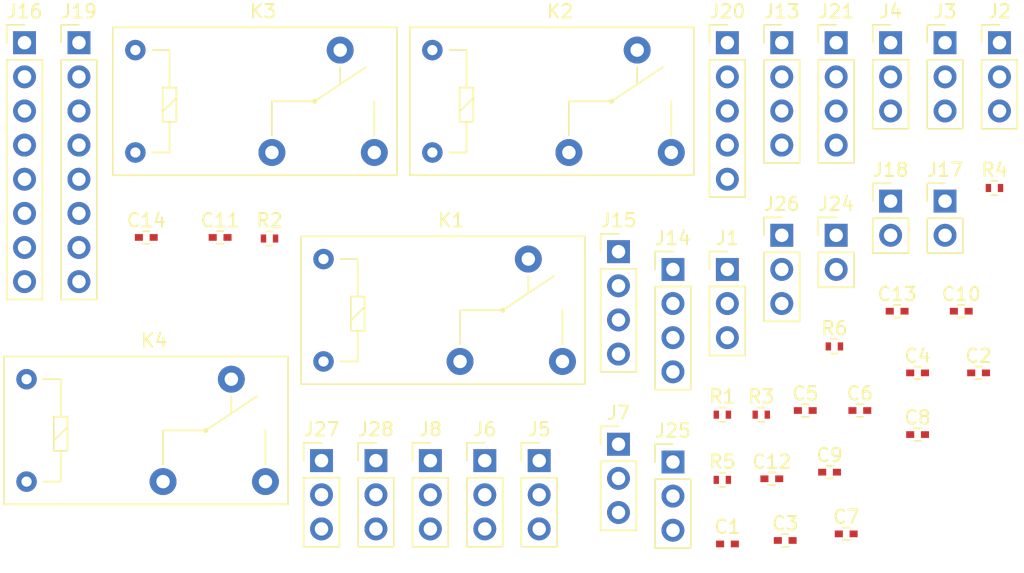
<source format=kicad_pcb>
(kicad_pcb (version 4) (host pcbnew 4.0.7)

  (general
    (links 68)
    (no_connects 68)
    (area 0 0 0 0)
    (thickness 1.6)
    (drawings 0)
    (tracks 0)
    (zones 0)
    (modules 46)
    (nets 72)
  )

  (page A4)
  (layers
    (0 F.Cu signal)
    (31 B.Cu signal)
    (32 B.Adhes user)
    (33 F.Adhes user)
    (34 B.Paste user)
    (35 F.Paste user)
    (36 B.SilkS user)
    (37 F.SilkS user)
    (38 B.Mask user)
    (39 F.Mask user)
    (40 Dwgs.User user)
    (41 Cmts.User user)
    (42 Eco1.User user)
    (43 Eco2.User user)
    (44 Edge.Cuts user)
    (45 Margin user)
    (46 B.CrtYd user)
    (47 F.CrtYd user)
    (48 B.Fab user)
    (49 F.Fab user)
  )

  (setup
    (last_trace_width 0.25)
    (trace_clearance 0.2)
    (zone_clearance 0.508)
    (zone_45_only no)
    (trace_min 0.2)
    (segment_width 0.2)
    (edge_width 0.15)
    (via_size 0.6)
    (via_drill 0.4)
    (via_min_size 0.4)
    (via_min_drill 0.3)
    (uvia_size 0.3)
    (uvia_drill 0.1)
    (uvias_allowed no)
    (uvia_min_size 0.2)
    (uvia_min_drill 0.1)
    (pcb_text_width 0.3)
    (pcb_text_size 1.5 1.5)
    (mod_edge_width 0.15)
    (mod_text_size 1 1)
    (mod_text_width 0.15)
    (pad_size 1.524 1.524)
    (pad_drill 0.762)
    (pad_to_mask_clearance 0.2)
    (aux_axis_origin 0 0)
    (visible_elements 7FFFFFFF)
    (pcbplotparams
      (layerselection 0x00030_80000001)
      (usegerberextensions false)
      (excludeedgelayer true)
      (linewidth 0.100000)
      (plotframeref false)
      (viasonmask false)
      (mode 1)
      (useauxorigin false)
      (hpglpennumber 1)
      (hpglpenspeed 20)
      (hpglpendiameter 15)
      (hpglpenoverlay 2)
      (psnegative false)
      (psa4output false)
      (plotreference true)
      (plotvalue true)
      (plotinvisibletext false)
      (padsonsilk false)
      (subtractmaskfromsilk false)
      (outputformat 1)
      (mirror false)
      (drillshape 0)
      (scaleselection 1)
      (outputdirectory ""))
  )

  (net 0 "")
  (net 1 /RESET)
  (net 2 GND)
  (net 3 +5V)
  (net 4 "Net-(C5-Pad1)")
  (net 5 "Net-(C6-Pad1)")
  (net 6 "Net-(C7-Pad1)")
  (net 7 +3.3V)
  (net 8 "Net-(C10-Pad1)")
  (net 9 VBat)
  (net 10 SCL)
  (net 11 SDA)
  (net 12 "Net-(J5-Pad2)")
  (net 13 "Net-(J5-Pad3)")
  (net 14 "Net-(J10-Pad1)")
  (net 15 "Net-(J10-Pad2)")
  (net 16 "Net-(J11-Pad1)")
  (net 17 "Net-(J11-Pad2)")
  (net 18 "Net-(J12-Pad1)")
  (net 19 "Net-(J12-Pad2)")
  (net 20 /NX-RX)
  (net 21 /NX-TX)
  (net 22 /TR2)
  (net 23 /EC2)
  (net 24 /TR1)
  (net 25 /EC1)
  (net 26 /D22)
  (net 27 /D23)
  (net 28 /D24)
  (net 29 /D25)
  (net 30 /D26)
  (net 31 /D27)
  (net 32 /D28)
  (net 33 /D29)
  (net 34 /RX1)
  (net 35 /TX1)
  (net 36 /A0)
  (net 37 /A1)
  (net 38 /A2)
  (net 39 /A3)
  (net 40 /A4)
  (net 41 /A5)
  (net 42 /A6)
  (net 43 /A7)
  (net 44 /RX0)
  (net 45 /TX0)
  (net 46 "Net-(J21-Pad2)")
  (net 47 "Net-(J21-Pad3)")
  (net 48 "Net-(J24-Pad2)")
  (net 49 "Net-(J25-Pad1)")
  (net 50 "Net-(J25-Pad2)")
  (net 51 "Net-(J25-Pad3)")
  (net 52 "Net-(J26-Pad1)")
  (net 53 "Net-(J26-Pad2)")
  (net 54 "Net-(J26-Pad3)")
  (net 55 "Net-(J27-Pad1)")
  (net 56 "Net-(J27-Pad2)")
  (net 57 "Net-(J27-Pad3)")
  (net 58 "Net-(J28-Pad1)")
  (net 59 "Net-(J28-Pad2)")
  (net 60 "Net-(J28-Pad3)")
  (net 61 /R1)
  (net 62 /R2)
  (net 63 /R3)
  (net 64 /R4)
  (net 65 "Net-(D1-Pad2)")
  (net 66 "Net-(R3-Pad1)")
  (net 67 "Net-(R3-Pad2)")
  (net 68 "Net-(R4-Pad1)")
  (net 69 /MISO)
  (net 70 /MOSI)
  (net 71 /DS18B20)

  (net_class Default "This is the default net class."
    (clearance 0.2)
    (trace_width 0.25)
    (via_dia 0.6)
    (via_drill 0.4)
    (uvia_dia 0.3)
    (uvia_drill 0.1)
    (add_net +3.3V)
    (add_net +5V)
    (add_net /A0)
    (add_net /A1)
    (add_net /A2)
    (add_net /A3)
    (add_net /A4)
    (add_net /A5)
    (add_net /A6)
    (add_net /A7)
    (add_net /D22)
    (add_net /D23)
    (add_net /D24)
    (add_net /D25)
    (add_net /D26)
    (add_net /D27)
    (add_net /D28)
    (add_net /D29)
    (add_net /DS18B20)
    (add_net /EC1)
    (add_net /EC2)
    (add_net /MISO)
    (add_net /MOSI)
    (add_net /NX-RX)
    (add_net /NX-TX)
    (add_net /R1)
    (add_net /R2)
    (add_net /R3)
    (add_net /R4)
    (add_net /RESET)
    (add_net /RX0)
    (add_net /RX1)
    (add_net /TR1)
    (add_net /TR2)
    (add_net /TX0)
    (add_net /TX1)
    (add_net GND)
    (add_net "Net-(C10-Pad1)")
    (add_net "Net-(C5-Pad1)")
    (add_net "Net-(C6-Pad1)")
    (add_net "Net-(C7-Pad1)")
    (add_net "Net-(D1-Pad2)")
    (add_net "Net-(J10-Pad1)")
    (add_net "Net-(J10-Pad2)")
    (add_net "Net-(J11-Pad1)")
    (add_net "Net-(J11-Pad2)")
    (add_net "Net-(J12-Pad1)")
    (add_net "Net-(J12-Pad2)")
    (add_net "Net-(J21-Pad2)")
    (add_net "Net-(J21-Pad3)")
    (add_net "Net-(J24-Pad2)")
    (add_net "Net-(J25-Pad1)")
    (add_net "Net-(J25-Pad2)")
    (add_net "Net-(J25-Pad3)")
    (add_net "Net-(J26-Pad1)")
    (add_net "Net-(J26-Pad2)")
    (add_net "Net-(J26-Pad3)")
    (add_net "Net-(J27-Pad1)")
    (add_net "Net-(J27-Pad2)")
    (add_net "Net-(J27-Pad3)")
    (add_net "Net-(J28-Pad1)")
    (add_net "Net-(J28-Pad2)")
    (add_net "Net-(J28-Pad3)")
    (add_net "Net-(J5-Pad2)")
    (add_net "Net-(J5-Pad3)")
    (add_net "Net-(R3-Pad1)")
    (add_net "Net-(R3-Pad2)")
    (add_net "Net-(R4-Pad1)")
    (add_net SCL)
    (add_net SDA)
    (add_net VBat)
  )

  (module Capacitors_SMD:C_0402_NoSilk (layer F.Cu) (tedit 58AA8408) (tstamp 5B081C45)
    (at 188.453333 112.265)
    (descr "Capacitor SMD 0402, reflow soldering, AVX (see smccp.pdf)")
    (tags "capacitor 0402")
    (path /5B03F424)
    (attr smd)
    (fp_text reference C1 (at 0 -1.27) (layer F.SilkS)
      (effects (font (size 1 1) (thickness 0.15)))
    )
    (fp_text value 22pF (at 0 1.27) (layer F.Fab)
      (effects (font (size 1 1) (thickness 0.15)))
    )
    (fp_text user %R (at 0 -1.27) (layer F.Fab)
      (effects (font (size 1 1) (thickness 0.15)))
    )
    (fp_line (start -0.5 0.25) (end -0.5 -0.25) (layer F.Fab) (width 0.1))
    (fp_line (start 0.5 0.25) (end -0.5 0.25) (layer F.Fab) (width 0.1))
    (fp_line (start 0.5 -0.25) (end 0.5 0.25) (layer F.Fab) (width 0.1))
    (fp_line (start -0.5 -0.25) (end 0.5 -0.25) (layer F.Fab) (width 0.1))
    (fp_line (start -1 -0.4) (end 1 -0.4) (layer F.CrtYd) (width 0.05))
    (fp_line (start -1 -0.4) (end -1 0.4) (layer F.CrtYd) (width 0.05))
    (fp_line (start 1 0.4) (end 1 -0.4) (layer F.CrtYd) (width 0.05))
    (fp_line (start 1 0.4) (end -1 0.4) (layer F.CrtYd) (width 0.05))
    (pad 1 smd rect (at -0.55 0) (size 0.6 0.5) (layers F.Cu F.Paste F.Mask)
      (net 1 /RESET))
    (pad 2 smd rect (at 0.55 0) (size 0.6 0.5) (layers F.Cu F.Paste F.Mask)
      (net 2 GND))
    (model Capacitors_SMD.3dshapes/C_0402.wrl
      (at (xyz 0 0 0))
      (scale (xyz 1 1 1))
      (rotate (xyz 0 0 0))
    )
  )

  (module Capacitors_SMD:C_0402 (layer F.Cu) (tedit 58AA841A) (tstamp 5B081C56)
    (at 207.141428 99.535)
    (descr "Capacitor SMD 0402, reflow soldering, AVX (see smccp.pdf)")
    (tags "capacitor 0402")
    (path /5B02AA24)
    (attr smd)
    (fp_text reference C2 (at 0 -1.27) (layer F.SilkS)
      (effects (font (size 1 1) (thickness 0.15)))
    )
    (fp_text value 0.1uF (at 0 1.27) (layer F.Fab)
      (effects (font (size 1 1) (thickness 0.15)))
    )
    (fp_text user %R (at 0 -1.27) (layer F.Fab)
      (effects (font (size 1 1) (thickness 0.15)))
    )
    (fp_line (start -0.5 0.25) (end -0.5 -0.25) (layer F.Fab) (width 0.1))
    (fp_line (start 0.5 0.25) (end -0.5 0.25) (layer F.Fab) (width 0.1))
    (fp_line (start 0.5 -0.25) (end 0.5 0.25) (layer F.Fab) (width 0.1))
    (fp_line (start -0.5 -0.25) (end 0.5 -0.25) (layer F.Fab) (width 0.1))
    (fp_line (start 0.25 -0.47) (end -0.25 -0.47) (layer F.SilkS) (width 0.12))
    (fp_line (start -0.25 0.47) (end 0.25 0.47) (layer F.SilkS) (width 0.12))
    (fp_line (start -1 -0.4) (end 1 -0.4) (layer F.CrtYd) (width 0.05))
    (fp_line (start -1 -0.4) (end -1 0.4) (layer F.CrtYd) (width 0.05))
    (fp_line (start 1 0.4) (end 1 -0.4) (layer F.CrtYd) (width 0.05))
    (fp_line (start 1 0.4) (end -1 0.4) (layer F.CrtYd) (width 0.05))
    (pad 1 smd rect (at -0.55 0) (size 0.6 0.5) (layers F.Cu F.Paste F.Mask)
      (net 3 +5V))
    (pad 2 smd rect (at 0.55 0) (size 0.6 0.5) (layers F.Cu F.Paste F.Mask)
      (net 2 GND))
    (model Capacitors_SMD.3dshapes/C_0402.wrl
      (at (xyz 0 0 0))
      (scale (xyz 1 1 1))
      (rotate (xyz 0 0 0))
    )
  )

  (module Capacitors_SMD:C_0402 (layer F.Cu) (tedit 58AA841A) (tstamp 5B081C67)
    (at 192.751428 112.005)
    (descr "Capacitor SMD 0402, reflow soldering, AVX (see smccp.pdf)")
    (tags "capacitor 0402")
    (path /5B02AB24)
    (attr smd)
    (fp_text reference C3 (at 0 -1.27) (layer F.SilkS)
      (effects (font (size 1 1) (thickness 0.15)))
    )
    (fp_text value 0.1uF (at 0 1.27) (layer F.Fab)
      (effects (font (size 1 1) (thickness 0.15)))
    )
    (fp_text user %R (at 0 -1.27) (layer F.Fab)
      (effects (font (size 1 1) (thickness 0.15)))
    )
    (fp_line (start -0.5 0.25) (end -0.5 -0.25) (layer F.Fab) (width 0.1))
    (fp_line (start 0.5 0.25) (end -0.5 0.25) (layer F.Fab) (width 0.1))
    (fp_line (start 0.5 -0.25) (end 0.5 0.25) (layer F.Fab) (width 0.1))
    (fp_line (start -0.5 -0.25) (end 0.5 -0.25) (layer F.Fab) (width 0.1))
    (fp_line (start 0.25 -0.47) (end -0.25 -0.47) (layer F.SilkS) (width 0.12))
    (fp_line (start -0.25 0.47) (end 0.25 0.47) (layer F.SilkS) (width 0.12))
    (fp_line (start -1 -0.4) (end 1 -0.4) (layer F.CrtYd) (width 0.05))
    (fp_line (start -1 -0.4) (end -1 0.4) (layer F.CrtYd) (width 0.05))
    (fp_line (start 1 0.4) (end 1 -0.4) (layer F.CrtYd) (width 0.05))
    (fp_line (start 1 0.4) (end -1 0.4) (layer F.CrtYd) (width 0.05))
    (pad 1 smd rect (at -0.55 0) (size 0.6 0.5) (layers F.Cu F.Paste F.Mask)
      (net 3 +5V))
    (pad 2 smd rect (at 0.55 0) (size 0.6 0.5) (layers F.Cu F.Paste F.Mask)
      (net 2 GND))
    (model Capacitors_SMD.3dshapes/C_0402.wrl
      (at (xyz 0 0 0))
      (scale (xyz 1 1 1))
      (rotate (xyz 0 0 0))
    )
  )

  (module Capacitors_SMD:C_0402 (layer F.Cu) (tedit 58AA841A) (tstamp 5B081C78)
    (at 202.601428 99.535)
    (descr "Capacitor SMD 0402, reflow soldering, AVX (see smccp.pdf)")
    (tags "capacitor 0402")
    (path /5B02AB4C)
    (attr smd)
    (fp_text reference C4 (at 0 -1.27) (layer F.SilkS)
      (effects (font (size 1 1) (thickness 0.15)))
    )
    (fp_text value 0.1uF (at 0 1.27) (layer F.Fab)
      (effects (font (size 1 1) (thickness 0.15)))
    )
    (fp_text user %R (at 0 -1.27) (layer F.Fab)
      (effects (font (size 1 1) (thickness 0.15)))
    )
    (fp_line (start -0.5 0.25) (end -0.5 -0.25) (layer F.Fab) (width 0.1))
    (fp_line (start 0.5 0.25) (end -0.5 0.25) (layer F.Fab) (width 0.1))
    (fp_line (start 0.5 -0.25) (end 0.5 0.25) (layer F.Fab) (width 0.1))
    (fp_line (start -0.5 -0.25) (end 0.5 -0.25) (layer F.Fab) (width 0.1))
    (fp_line (start 0.25 -0.47) (end -0.25 -0.47) (layer F.SilkS) (width 0.12))
    (fp_line (start -0.25 0.47) (end 0.25 0.47) (layer F.SilkS) (width 0.12))
    (fp_line (start -1 -0.4) (end 1 -0.4) (layer F.CrtYd) (width 0.05))
    (fp_line (start -1 -0.4) (end -1 0.4) (layer F.CrtYd) (width 0.05))
    (fp_line (start 1 0.4) (end 1 -0.4) (layer F.CrtYd) (width 0.05))
    (fp_line (start 1 0.4) (end -1 0.4) (layer F.CrtYd) (width 0.05))
    (pad 1 smd rect (at -0.55 0) (size 0.6 0.5) (layers F.Cu F.Paste F.Mask)
      (net 3 +5V))
    (pad 2 smd rect (at 0.55 0) (size 0.6 0.5) (layers F.Cu F.Paste F.Mask)
      (net 2 GND))
    (model Capacitors_SMD.3dshapes/C_0402.wrl
      (at (xyz 0 0 0))
      (scale (xyz 1 1 1))
      (rotate (xyz 0 0 0))
    )
  )

  (module Capacitors_SMD:C_0402 (layer F.Cu) (tedit 58AA841A) (tstamp 5B081C89)
    (at 194.243333 102.335)
    (descr "Capacitor SMD 0402, reflow soldering, AVX (see smccp.pdf)")
    (tags "capacitor 0402")
    (path /5B04823E)
    (attr smd)
    (fp_text reference C5 (at 0 -1.27) (layer F.SilkS)
      (effects (font (size 1 1) (thickness 0.15)))
    )
    (fp_text value 22pF (at 0 1.27) (layer F.Fab)
      (effects (font (size 1 1) (thickness 0.15)))
    )
    (fp_text user %R (at 0 -1.27) (layer F.Fab)
      (effects (font (size 1 1) (thickness 0.15)))
    )
    (fp_line (start -0.5 0.25) (end -0.5 -0.25) (layer F.Fab) (width 0.1))
    (fp_line (start 0.5 0.25) (end -0.5 0.25) (layer F.Fab) (width 0.1))
    (fp_line (start 0.5 -0.25) (end 0.5 0.25) (layer F.Fab) (width 0.1))
    (fp_line (start -0.5 -0.25) (end 0.5 -0.25) (layer F.Fab) (width 0.1))
    (fp_line (start 0.25 -0.47) (end -0.25 -0.47) (layer F.SilkS) (width 0.12))
    (fp_line (start -0.25 0.47) (end 0.25 0.47) (layer F.SilkS) (width 0.12))
    (fp_line (start -1 -0.4) (end 1 -0.4) (layer F.CrtYd) (width 0.05))
    (fp_line (start -1 -0.4) (end -1 0.4) (layer F.CrtYd) (width 0.05))
    (fp_line (start 1 0.4) (end 1 -0.4) (layer F.CrtYd) (width 0.05))
    (fp_line (start 1 0.4) (end -1 0.4) (layer F.CrtYd) (width 0.05))
    (pad 1 smd rect (at -0.55 0) (size 0.6 0.5) (layers F.Cu F.Paste F.Mask)
      (net 4 "Net-(C5-Pad1)"))
    (pad 2 smd rect (at 0.55 0) (size 0.6 0.5) (layers F.Cu F.Paste F.Mask)
      (net 2 GND))
    (model Capacitors_SMD.3dshapes/C_0402.wrl
      (at (xyz 0 0 0))
      (scale (xyz 1 1 1))
      (rotate (xyz 0 0 0))
    )
  )

  (module Capacitors_SMD:C_0402 (layer F.Cu) (tedit 58AA841A) (tstamp 5B081C9A)
    (at 198.303333 102.335)
    (descr "Capacitor SMD 0402, reflow soldering, AVX (see smccp.pdf)")
    (tags "capacitor 0402")
    (path /5B048457)
    (attr smd)
    (fp_text reference C6 (at 0 -1.27) (layer F.SilkS)
      (effects (font (size 1 1) (thickness 0.15)))
    )
    (fp_text value 22pF (at 0 1.27) (layer F.Fab)
      (effects (font (size 1 1) (thickness 0.15)))
    )
    (fp_text user %R (at 0 -1.27) (layer F.Fab)
      (effects (font (size 1 1) (thickness 0.15)))
    )
    (fp_line (start -0.5 0.25) (end -0.5 -0.25) (layer F.Fab) (width 0.1))
    (fp_line (start 0.5 0.25) (end -0.5 0.25) (layer F.Fab) (width 0.1))
    (fp_line (start 0.5 -0.25) (end 0.5 0.25) (layer F.Fab) (width 0.1))
    (fp_line (start -0.5 -0.25) (end 0.5 -0.25) (layer F.Fab) (width 0.1))
    (fp_line (start 0.25 -0.47) (end -0.25 -0.47) (layer F.SilkS) (width 0.12))
    (fp_line (start -0.25 0.47) (end 0.25 0.47) (layer F.SilkS) (width 0.12))
    (fp_line (start -1 -0.4) (end 1 -0.4) (layer F.CrtYd) (width 0.05))
    (fp_line (start -1 -0.4) (end -1 0.4) (layer F.CrtYd) (width 0.05))
    (fp_line (start 1 0.4) (end 1 -0.4) (layer F.CrtYd) (width 0.05))
    (fp_line (start 1 0.4) (end -1 0.4) (layer F.CrtYd) (width 0.05))
    (pad 1 smd rect (at -0.55 0) (size 0.6 0.5) (layers F.Cu F.Paste F.Mask)
      (net 5 "Net-(C6-Pad1)"))
    (pad 2 smd rect (at 0.55 0) (size 0.6 0.5) (layers F.Cu F.Paste F.Mask)
      (net 2 GND))
    (model Capacitors_SMD.3dshapes/C_0402.wrl
      (at (xyz 0 0 0))
      (scale (xyz 1 1 1))
      (rotate (xyz 0 0 0))
    )
  )

  (module Capacitors_SMD:C_0402 (layer F.Cu) (tedit 58AA841A) (tstamp 5B081CAB)
    (at 197.291428 111.515)
    (descr "Capacitor SMD 0402, reflow soldering, AVX (see smccp.pdf)")
    (tags "capacitor 0402")
    (path /5B04A529)
    (attr smd)
    (fp_text reference C7 (at 0 -1.27) (layer F.SilkS)
      (effects (font (size 1 1) (thickness 0.15)))
    )
    (fp_text value 0.1uF (at 0 1.27) (layer F.Fab)
      (effects (font (size 1 1) (thickness 0.15)))
    )
    (fp_text user %R (at 0 -1.27) (layer F.Fab)
      (effects (font (size 1 1) (thickness 0.15)))
    )
    (fp_line (start -0.5 0.25) (end -0.5 -0.25) (layer F.Fab) (width 0.1))
    (fp_line (start 0.5 0.25) (end -0.5 0.25) (layer F.Fab) (width 0.1))
    (fp_line (start 0.5 -0.25) (end 0.5 0.25) (layer F.Fab) (width 0.1))
    (fp_line (start -0.5 -0.25) (end 0.5 -0.25) (layer F.Fab) (width 0.1))
    (fp_line (start 0.25 -0.47) (end -0.25 -0.47) (layer F.SilkS) (width 0.12))
    (fp_line (start -0.25 0.47) (end 0.25 0.47) (layer F.SilkS) (width 0.12))
    (fp_line (start -1 -0.4) (end 1 -0.4) (layer F.CrtYd) (width 0.05))
    (fp_line (start -1 -0.4) (end -1 0.4) (layer F.CrtYd) (width 0.05))
    (fp_line (start 1 0.4) (end 1 -0.4) (layer F.CrtYd) (width 0.05))
    (fp_line (start 1 0.4) (end -1 0.4) (layer F.CrtYd) (width 0.05))
    (pad 1 smd rect (at -0.55 0) (size 0.6 0.5) (layers F.Cu F.Paste F.Mask)
      (net 6 "Net-(C7-Pad1)"))
    (pad 2 smd rect (at 0.55 0) (size 0.6 0.5) (layers F.Cu F.Paste F.Mask)
      (net 1 /RESET))
    (model Capacitors_SMD.3dshapes/C_0402.wrl
      (at (xyz 0 0 0))
      (scale (xyz 1 1 1))
      (rotate (xyz 0 0 0))
    )
  )

  (module Capacitors_SMD:C_0402 (layer F.Cu) (tedit 58AA841A) (tstamp 5B081CBC)
    (at 202.601428 104.125)
    (descr "Capacitor SMD 0402, reflow soldering, AVX (see smccp.pdf)")
    (tags "capacitor 0402")
    (path /5B059C63)
    (attr smd)
    (fp_text reference C8 (at 0 -1.27) (layer F.SilkS)
      (effects (font (size 1 1) (thickness 0.15)))
    )
    (fp_text value 0.1uF (at 0 1.27) (layer F.Fab)
      (effects (font (size 1 1) (thickness 0.15)))
    )
    (fp_text user %R (at 0 -1.27) (layer F.Fab)
      (effects (font (size 1 1) (thickness 0.15)))
    )
    (fp_line (start -0.5 0.25) (end -0.5 -0.25) (layer F.Fab) (width 0.1))
    (fp_line (start 0.5 0.25) (end -0.5 0.25) (layer F.Fab) (width 0.1))
    (fp_line (start 0.5 -0.25) (end 0.5 0.25) (layer F.Fab) (width 0.1))
    (fp_line (start -0.5 -0.25) (end 0.5 -0.25) (layer F.Fab) (width 0.1))
    (fp_line (start 0.25 -0.47) (end -0.25 -0.47) (layer F.SilkS) (width 0.12))
    (fp_line (start -0.25 0.47) (end 0.25 0.47) (layer F.SilkS) (width 0.12))
    (fp_line (start -1 -0.4) (end 1 -0.4) (layer F.CrtYd) (width 0.05))
    (fp_line (start -1 -0.4) (end -1 0.4) (layer F.CrtYd) (width 0.05))
    (fp_line (start 1 0.4) (end 1 -0.4) (layer F.CrtYd) (width 0.05))
    (fp_line (start 1 0.4) (end -1 0.4) (layer F.CrtYd) (width 0.05))
    (pad 1 smd rect (at -0.55 0) (size 0.6 0.5) (layers F.Cu F.Paste F.Mask)
      (net 3 +5V))
    (pad 2 smd rect (at 0.55 0) (size 0.6 0.5) (layers F.Cu F.Paste F.Mask)
      (net 2 GND))
    (model Capacitors_SMD.3dshapes/C_0402.wrl
      (at (xyz 0 0 0))
      (scale (xyz 1 1 1))
      (rotate (xyz 0 0 0))
    )
  )

  (module Capacitors_SMD:C_0402 (layer F.Cu) (tedit 58AA841A) (tstamp 5B081CCD)
    (at 196.051428 106.925)
    (descr "Capacitor SMD 0402, reflow soldering, AVX (see smccp.pdf)")
    (tags "capacitor 0402")
    (path /5B05A063)
    (attr smd)
    (fp_text reference C9 (at 0 -1.27) (layer F.SilkS)
      (effects (font (size 1 1) (thickness 0.15)))
    )
    (fp_text value 0.1uF (at 0 1.27) (layer F.Fab)
      (effects (font (size 1 1) (thickness 0.15)))
    )
    (fp_text user %R (at 0 -1.27) (layer F.Fab)
      (effects (font (size 1 1) (thickness 0.15)))
    )
    (fp_line (start -0.5 0.25) (end -0.5 -0.25) (layer F.Fab) (width 0.1))
    (fp_line (start 0.5 0.25) (end -0.5 0.25) (layer F.Fab) (width 0.1))
    (fp_line (start 0.5 -0.25) (end 0.5 0.25) (layer F.Fab) (width 0.1))
    (fp_line (start -0.5 -0.25) (end 0.5 -0.25) (layer F.Fab) (width 0.1))
    (fp_line (start 0.25 -0.47) (end -0.25 -0.47) (layer F.SilkS) (width 0.12))
    (fp_line (start -0.25 0.47) (end 0.25 0.47) (layer F.SilkS) (width 0.12))
    (fp_line (start -1 -0.4) (end 1 -0.4) (layer F.CrtYd) (width 0.05))
    (fp_line (start -1 -0.4) (end -1 0.4) (layer F.CrtYd) (width 0.05))
    (fp_line (start 1 0.4) (end 1 -0.4) (layer F.CrtYd) (width 0.05))
    (fp_line (start 1 0.4) (end -1 0.4) (layer F.CrtYd) (width 0.05))
    (pad 1 smd rect (at -0.55 0) (size 0.6 0.5) (layers F.Cu F.Paste F.Mask)
      (net 2 GND))
    (pad 2 smd rect (at 0.55 0) (size 0.6 0.5) (layers F.Cu F.Paste F.Mask)
      (net 7 +3.3V))
    (model Capacitors_SMD.3dshapes/C_0402.wrl
      (at (xyz 0 0 0))
      (scale (xyz 1 1 1))
      (rotate (xyz 0 0 0))
    )
  )

  (module Capacitors_SMD:C_0402 (layer F.Cu) (tedit 58AA841A) (tstamp 5B081CDE)
    (at 205.851428 94.945)
    (descr "Capacitor SMD 0402, reflow soldering, AVX (see smccp.pdf)")
    (tags "capacitor 0402")
    (path /5B02AE88)
    (attr smd)
    (fp_text reference C10 (at 0 -1.27) (layer F.SilkS)
      (effects (font (size 1 1) (thickness 0.15)))
    )
    (fp_text value 0.1uF (at 0 1.27) (layer F.Fab)
      (effects (font (size 1 1) (thickness 0.15)))
    )
    (fp_text user %R (at 0 -1.27) (layer F.Fab)
      (effects (font (size 1 1) (thickness 0.15)))
    )
    (fp_line (start -0.5 0.25) (end -0.5 -0.25) (layer F.Fab) (width 0.1))
    (fp_line (start 0.5 0.25) (end -0.5 0.25) (layer F.Fab) (width 0.1))
    (fp_line (start 0.5 -0.25) (end 0.5 0.25) (layer F.Fab) (width 0.1))
    (fp_line (start -0.5 -0.25) (end 0.5 -0.25) (layer F.Fab) (width 0.1))
    (fp_line (start 0.25 -0.47) (end -0.25 -0.47) (layer F.SilkS) (width 0.12))
    (fp_line (start -0.25 0.47) (end 0.25 0.47) (layer F.SilkS) (width 0.12))
    (fp_line (start -1 -0.4) (end 1 -0.4) (layer F.CrtYd) (width 0.05))
    (fp_line (start -1 -0.4) (end -1 0.4) (layer F.CrtYd) (width 0.05))
    (fp_line (start 1 0.4) (end 1 -0.4) (layer F.CrtYd) (width 0.05))
    (fp_line (start 1 0.4) (end -1 0.4) (layer F.CrtYd) (width 0.05))
    (pad 1 smd rect (at -0.55 0) (size 0.6 0.5) (layers F.Cu F.Paste F.Mask)
      (net 8 "Net-(C10-Pad1)"))
    (pad 2 smd rect (at 0.55 0) (size 0.6 0.5) (layers F.Cu F.Paste F.Mask)
      (net 2 GND))
    (model Capacitors_SMD.3dshapes/C_0402.wrl
      (at (xyz 0 0 0))
      (scale (xyz 1 1 1))
      (rotate (xyz 0 0 0))
    )
  )

  (module Capacitors_SMD:C_0402 (layer F.Cu) (tedit 58AA841A) (tstamp 5B081CEF)
    (at 150.699524 89.455)
    (descr "Capacitor SMD 0402, reflow soldering, AVX (see smccp.pdf)")
    (tags "capacitor 0402")
    (path /5B052C7D)
    (attr smd)
    (fp_text reference C11 (at 0 -1.27) (layer F.SilkS)
      (effects (font (size 1 1) (thickness 0.15)))
    )
    (fp_text value 220uF (at 0 1.27) (layer F.Fab)
      (effects (font (size 1 1) (thickness 0.15)))
    )
    (fp_text user %R (at 0 -1.27) (layer F.Fab)
      (effects (font (size 1 1) (thickness 0.15)))
    )
    (fp_line (start -0.5 0.25) (end -0.5 -0.25) (layer F.Fab) (width 0.1))
    (fp_line (start 0.5 0.25) (end -0.5 0.25) (layer F.Fab) (width 0.1))
    (fp_line (start 0.5 -0.25) (end 0.5 0.25) (layer F.Fab) (width 0.1))
    (fp_line (start -0.5 -0.25) (end 0.5 -0.25) (layer F.Fab) (width 0.1))
    (fp_line (start 0.25 -0.47) (end -0.25 -0.47) (layer F.SilkS) (width 0.12))
    (fp_line (start -0.25 0.47) (end 0.25 0.47) (layer F.SilkS) (width 0.12))
    (fp_line (start -1 -0.4) (end 1 -0.4) (layer F.CrtYd) (width 0.05))
    (fp_line (start -1 -0.4) (end -1 0.4) (layer F.CrtYd) (width 0.05))
    (fp_line (start 1 0.4) (end 1 -0.4) (layer F.CrtYd) (width 0.05))
    (fp_line (start 1 0.4) (end -1 0.4) (layer F.CrtYd) (width 0.05))
    (pad 1 smd rect (at -0.55 0) (size 0.6 0.5) (layers F.Cu F.Paste F.Mask)
      (net 7 +3.3V))
    (pad 2 smd rect (at 0.55 0) (size 0.6 0.5) (layers F.Cu F.Paste F.Mask)
      (net 2 GND))
    (model Capacitors_SMD.3dshapes/C_0402.wrl
      (at (xyz 0 0 0))
      (scale (xyz 1 1 1))
      (rotate (xyz 0 0 0))
    )
  )

  (module Capacitors_SMD:C_0402 (layer F.Cu) (tedit 58AA841A) (tstamp 5B081D00)
    (at 191.753333 107.415)
    (descr "Capacitor SMD 0402, reflow soldering, AVX (see smccp.pdf)")
    (tags "capacitor 0402")
    (path /5B051E87)
    (attr smd)
    (fp_text reference C12 (at 0 -1.27) (layer F.SilkS)
      (effects (font (size 1 1) (thickness 0.15)))
    )
    (fp_text value 22uF (at 0 1.27) (layer F.Fab)
      (effects (font (size 1 1) (thickness 0.15)))
    )
    (fp_text user %R (at 0 -1.27) (layer F.Fab)
      (effects (font (size 1 1) (thickness 0.15)))
    )
    (fp_line (start -0.5 0.25) (end -0.5 -0.25) (layer F.Fab) (width 0.1))
    (fp_line (start 0.5 0.25) (end -0.5 0.25) (layer F.Fab) (width 0.1))
    (fp_line (start 0.5 -0.25) (end 0.5 0.25) (layer F.Fab) (width 0.1))
    (fp_line (start -0.5 -0.25) (end 0.5 -0.25) (layer F.Fab) (width 0.1))
    (fp_line (start 0.25 -0.47) (end -0.25 -0.47) (layer F.SilkS) (width 0.12))
    (fp_line (start -0.25 0.47) (end 0.25 0.47) (layer F.SilkS) (width 0.12))
    (fp_line (start -1 -0.4) (end 1 -0.4) (layer F.CrtYd) (width 0.05))
    (fp_line (start -1 -0.4) (end -1 0.4) (layer F.CrtYd) (width 0.05))
    (fp_line (start 1 0.4) (end 1 -0.4) (layer F.CrtYd) (width 0.05))
    (fp_line (start 1 0.4) (end -1 0.4) (layer F.CrtYd) (width 0.05))
    (pad 1 smd rect (at -0.55 0) (size 0.6 0.5) (layers F.Cu F.Paste F.Mask)
      (net 3 +5V))
    (pad 2 smd rect (at 0.55 0) (size 0.6 0.5) (layers F.Cu F.Paste F.Mask)
      (net 2 GND))
    (model Capacitors_SMD.3dshapes/C_0402.wrl
      (at (xyz 0 0 0))
      (scale (xyz 1 1 1))
      (rotate (xyz 0 0 0))
    )
  )

  (module Capacitors_SMD:C_0402 (layer F.Cu) (tedit 58AA841A) (tstamp 5B081D11)
    (at 201.079524 94.945)
    (descr "Capacitor SMD 0402, reflow soldering, AVX (see smccp.pdf)")
    (tags "capacitor 0402")
    (path /5B04C040)
    (attr smd)
    (fp_text reference C13 (at 0 -1.27) (layer F.SilkS)
      (effects (font (size 1 1) (thickness 0.15)))
    )
    (fp_text value 100uF (at 0 1.27) (layer F.Fab)
      (effects (font (size 1 1) (thickness 0.15)))
    )
    (fp_text user %R (at 0 -1.27) (layer F.Fab)
      (effects (font (size 1 1) (thickness 0.15)))
    )
    (fp_line (start -0.5 0.25) (end -0.5 -0.25) (layer F.Fab) (width 0.1))
    (fp_line (start 0.5 0.25) (end -0.5 0.25) (layer F.Fab) (width 0.1))
    (fp_line (start 0.5 -0.25) (end 0.5 0.25) (layer F.Fab) (width 0.1))
    (fp_line (start -0.5 -0.25) (end 0.5 -0.25) (layer F.Fab) (width 0.1))
    (fp_line (start 0.25 -0.47) (end -0.25 -0.47) (layer F.SilkS) (width 0.12))
    (fp_line (start -0.25 0.47) (end 0.25 0.47) (layer F.SilkS) (width 0.12))
    (fp_line (start -1 -0.4) (end 1 -0.4) (layer F.CrtYd) (width 0.05))
    (fp_line (start -1 -0.4) (end -1 0.4) (layer F.CrtYd) (width 0.05))
    (fp_line (start 1 0.4) (end 1 -0.4) (layer F.CrtYd) (width 0.05))
    (fp_line (start 1 0.4) (end -1 0.4) (layer F.CrtYd) (width 0.05))
    (pad 1 smd rect (at -0.55 0) (size 0.6 0.5) (layers F.Cu F.Paste F.Mask)
      (net 9 VBat))
    (pad 2 smd rect (at 0.55 0) (size 0.6 0.5) (layers F.Cu F.Paste F.Mask)
      (net 2 GND))
    (model Capacitors_SMD.3dshapes/C_0402.wrl
      (at (xyz 0 0 0))
      (scale (xyz 1 1 1))
      (rotate (xyz 0 0 0))
    )
  )

  (module Capacitors_SMD:C_0402 (layer F.Cu) (tedit 58AA841A) (tstamp 5B081D22)
    (at 145.205714 89.455)
    (descr "Capacitor SMD 0402, reflow soldering, AVX (see smccp.pdf)")
    (tags "capacitor 0402")
    (path /5B04C14C)
    (attr smd)
    (fp_text reference C14 (at 0 -1.27) (layer F.SilkS)
      (effects (font (size 1 1) (thickness 0.15)))
    )
    (fp_text value 1000uF (at 0 1.27) (layer F.Fab)
      (effects (font (size 1 1) (thickness 0.15)))
    )
    (fp_text user %R (at 0 -1.27) (layer F.Fab)
      (effects (font (size 1 1) (thickness 0.15)))
    )
    (fp_line (start -0.5 0.25) (end -0.5 -0.25) (layer F.Fab) (width 0.1))
    (fp_line (start 0.5 0.25) (end -0.5 0.25) (layer F.Fab) (width 0.1))
    (fp_line (start 0.5 -0.25) (end 0.5 0.25) (layer F.Fab) (width 0.1))
    (fp_line (start -0.5 -0.25) (end 0.5 -0.25) (layer F.Fab) (width 0.1))
    (fp_line (start 0.25 -0.47) (end -0.25 -0.47) (layer F.SilkS) (width 0.12))
    (fp_line (start -0.25 0.47) (end 0.25 0.47) (layer F.SilkS) (width 0.12))
    (fp_line (start -1 -0.4) (end 1 -0.4) (layer F.CrtYd) (width 0.05))
    (fp_line (start -1 -0.4) (end -1 0.4) (layer F.CrtYd) (width 0.05))
    (fp_line (start 1 0.4) (end 1 -0.4) (layer F.CrtYd) (width 0.05))
    (fp_line (start 1 0.4) (end -1 0.4) (layer F.CrtYd) (width 0.05))
    (pad 1 smd rect (at -0.55 0) (size 0.6 0.5) (layers F.Cu F.Paste F.Mask)
      (net 3 +5V))
    (pad 2 smd rect (at 0.55 0) (size 0.6 0.5) (layers F.Cu F.Paste F.Mask)
      (net 2 GND))
    (model Capacitors_SMD.3dshapes/C_0402.wrl
      (at (xyz 0 0 0))
      (scale (xyz 1 1 1))
      (rotate (xyz 0 0 0))
    )
  )

  (module Pin_Headers:Pin_Header_Straight_1x03_Pitch2.54mm (layer F.Cu) (tedit 59650532) (tstamp 5B081D39)
    (at 188.445001 91.835)
    (descr "Through hole straight pin header, 1x03, 2.54mm pitch, single row")
    (tags "Through hole pin header THT 1x03 2.54mm single row")
    (path /5B04213B)
    (fp_text reference J1 (at 0 -2.33) (layer F.SilkS)
      (effects (font (size 1 1) (thickness 0.15)))
    )
    (fp_text value 1x3 (at 0 7.41) (layer F.Fab)
      (effects (font (size 1 1) (thickness 0.15)))
    )
    (fp_line (start -0.635 -1.27) (end 1.27 -1.27) (layer F.Fab) (width 0.1))
    (fp_line (start 1.27 -1.27) (end 1.27 6.35) (layer F.Fab) (width 0.1))
    (fp_line (start 1.27 6.35) (end -1.27 6.35) (layer F.Fab) (width 0.1))
    (fp_line (start -1.27 6.35) (end -1.27 -0.635) (layer F.Fab) (width 0.1))
    (fp_line (start -1.27 -0.635) (end -0.635 -1.27) (layer F.Fab) (width 0.1))
    (fp_line (start -1.33 6.41) (end 1.33 6.41) (layer F.SilkS) (width 0.12))
    (fp_line (start -1.33 1.27) (end -1.33 6.41) (layer F.SilkS) (width 0.12))
    (fp_line (start 1.33 1.27) (end 1.33 6.41) (layer F.SilkS) (width 0.12))
    (fp_line (start -1.33 1.27) (end 1.33 1.27) (layer F.SilkS) (width 0.12))
    (fp_line (start -1.33 0) (end -1.33 -1.33) (layer F.SilkS) (width 0.12))
    (fp_line (start -1.33 -1.33) (end 0 -1.33) (layer F.SilkS) (width 0.12))
    (fp_line (start -1.8 -1.8) (end -1.8 6.85) (layer F.CrtYd) (width 0.05))
    (fp_line (start -1.8 6.85) (end 1.8 6.85) (layer F.CrtYd) (width 0.05))
    (fp_line (start 1.8 6.85) (end 1.8 -1.8) (layer F.CrtYd) (width 0.05))
    (fp_line (start 1.8 -1.8) (end -1.8 -1.8) (layer F.CrtYd) (width 0.05))
    (fp_text user %R (at 0 2.54 90) (layer F.Fab)
      (effects (font (size 1 1) (thickness 0.15)))
    )
    (pad 1 thru_hole rect (at 0 0) (size 1.7 1.7) (drill 1) (layers *.Cu *.Mask)
      (net 10 SCL))
    (pad 2 thru_hole oval (at 0 2.54) (size 1.7 1.7) (drill 1) (layers *.Cu *.Mask)
      (net 11 SDA))
    (pad 3 thru_hole oval (at 0 5.08) (size 1.7 1.7) (drill 1) (layers *.Cu *.Mask)
      (net 2 GND))
    (model ${KISYS3DMOD}/Pin_Headers.3dshapes/Pin_Header_Straight_1x03_Pitch2.54mm.wrl
      (at (xyz 0 0 0))
      (scale (xyz 1 1 1))
      (rotate (xyz 0 0 0))
    )
  )

  (module Pin_Headers:Pin_Header_Straight_1x03_Pitch2.54mm (layer F.Cu) (tedit 59650532) (tstamp 5B081D50)
    (at 208.695001 74.965)
    (descr "Through hole straight pin header, 1x03, 2.54mm pitch, single row")
    (tags "Through hole pin header THT 1x03 2.54mm single row")
    (path /5B04209B)
    (fp_text reference J2 (at 0 -2.33) (layer F.SilkS)
      (effects (font (size 1 1) (thickness 0.15)))
    )
    (fp_text value 1x3 (at 0 7.41) (layer F.Fab)
      (effects (font (size 1 1) (thickness 0.15)))
    )
    (fp_line (start -0.635 -1.27) (end 1.27 -1.27) (layer F.Fab) (width 0.1))
    (fp_line (start 1.27 -1.27) (end 1.27 6.35) (layer F.Fab) (width 0.1))
    (fp_line (start 1.27 6.35) (end -1.27 6.35) (layer F.Fab) (width 0.1))
    (fp_line (start -1.27 6.35) (end -1.27 -0.635) (layer F.Fab) (width 0.1))
    (fp_line (start -1.27 -0.635) (end -0.635 -1.27) (layer F.Fab) (width 0.1))
    (fp_line (start -1.33 6.41) (end 1.33 6.41) (layer F.SilkS) (width 0.12))
    (fp_line (start -1.33 1.27) (end -1.33 6.41) (layer F.SilkS) (width 0.12))
    (fp_line (start 1.33 1.27) (end 1.33 6.41) (layer F.SilkS) (width 0.12))
    (fp_line (start -1.33 1.27) (end 1.33 1.27) (layer F.SilkS) (width 0.12))
    (fp_line (start -1.33 0) (end -1.33 -1.33) (layer F.SilkS) (width 0.12))
    (fp_line (start -1.33 -1.33) (end 0 -1.33) (layer F.SilkS) (width 0.12))
    (fp_line (start -1.8 -1.8) (end -1.8 6.85) (layer F.CrtYd) (width 0.05))
    (fp_line (start -1.8 6.85) (end 1.8 6.85) (layer F.CrtYd) (width 0.05))
    (fp_line (start 1.8 6.85) (end 1.8 -1.8) (layer F.CrtYd) (width 0.05))
    (fp_line (start 1.8 -1.8) (end -1.8 -1.8) (layer F.CrtYd) (width 0.05))
    (fp_text user %R (at 0 2.54 90) (layer F.Fab)
      (effects (font (size 1 1) (thickness 0.15)))
    )
    (pad 1 thru_hole rect (at 0 0) (size 1.7 1.7) (drill 1) (layers *.Cu *.Mask)
      (net 10 SCL))
    (pad 2 thru_hole oval (at 0 2.54) (size 1.7 1.7) (drill 1) (layers *.Cu *.Mask)
      (net 11 SDA))
    (pad 3 thru_hole oval (at 0 5.08) (size 1.7 1.7) (drill 1) (layers *.Cu *.Mask)
      (net 2 GND))
    (model ${KISYS3DMOD}/Pin_Headers.3dshapes/Pin_Header_Straight_1x03_Pitch2.54mm.wrl
      (at (xyz 0 0 0))
      (scale (xyz 1 1 1))
      (rotate (xyz 0 0 0))
    )
  )

  (module Pin_Headers:Pin_Header_Straight_1x03_Pitch2.54mm (layer F.Cu) (tedit 59650532) (tstamp 5B081D67)
    (at 204.645001 74.965)
    (descr "Through hole straight pin header, 1x03, 2.54mm pitch, single row")
    (tags "Through hole pin header THT 1x03 2.54mm single row")
    (path /5B042013)
    (fp_text reference J3 (at 0 -2.33) (layer F.SilkS)
      (effects (font (size 1 1) (thickness 0.15)))
    )
    (fp_text value 1x3 (at 0 7.41) (layer F.Fab)
      (effects (font (size 1 1) (thickness 0.15)))
    )
    (fp_line (start -0.635 -1.27) (end 1.27 -1.27) (layer F.Fab) (width 0.1))
    (fp_line (start 1.27 -1.27) (end 1.27 6.35) (layer F.Fab) (width 0.1))
    (fp_line (start 1.27 6.35) (end -1.27 6.35) (layer F.Fab) (width 0.1))
    (fp_line (start -1.27 6.35) (end -1.27 -0.635) (layer F.Fab) (width 0.1))
    (fp_line (start -1.27 -0.635) (end -0.635 -1.27) (layer F.Fab) (width 0.1))
    (fp_line (start -1.33 6.41) (end 1.33 6.41) (layer F.SilkS) (width 0.12))
    (fp_line (start -1.33 1.27) (end -1.33 6.41) (layer F.SilkS) (width 0.12))
    (fp_line (start 1.33 1.27) (end 1.33 6.41) (layer F.SilkS) (width 0.12))
    (fp_line (start -1.33 1.27) (end 1.33 1.27) (layer F.SilkS) (width 0.12))
    (fp_line (start -1.33 0) (end -1.33 -1.33) (layer F.SilkS) (width 0.12))
    (fp_line (start -1.33 -1.33) (end 0 -1.33) (layer F.SilkS) (width 0.12))
    (fp_line (start -1.8 -1.8) (end -1.8 6.85) (layer F.CrtYd) (width 0.05))
    (fp_line (start -1.8 6.85) (end 1.8 6.85) (layer F.CrtYd) (width 0.05))
    (fp_line (start 1.8 6.85) (end 1.8 -1.8) (layer F.CrtYd) (width 0.05))
    (fp_line (start 1.8 -1.8) (end -1.8 -1.8) (layer F.CrtYd) (width 0.05))
    (fp_text user %R (at 0 2.54 90) (layer F.Fab)
      (effects (font (size 1 1) (thickness 0.15)))
    )
    (pad 1 thru_hole rect (at 0 0) (size 1.7 1.7) (drill 1) (layers *.Cu *.Mask)
      (net 10 SCL))
    (pad 2 thru_hole oval (at 0 2.54) (size 1.7 1.7) (drill 1) (layers *.Cu *.Mask)
      (net 11 SDA))
    (pad 3 thru_hole oval (at 0 5.08) (size 1.7 1.7) (drill 1) (layers *.Cu *.Mask)
      (net 2 GND))
    (model ${KISYS3DMOD}/Pin_Headers.3dshapes/Pin_Header_Straight_1x03_Pitch2.54mm.wrl
      (at (xyz 0 0 0))
      (scale (xyz 1 1 1))
      (rotate (xyz 0 0 0))
    )
  )

  (module Pin_Headers:Pin_Header_Straight_1x03_Pitch2.54mm (layer F.Cu) (tedit 59650532) (tstamp 5B081D7E)
    (at 200.595001 74.965)
    (descr "Through hole straight pin header, 1x03, 2.54mm pitch, single row")
    (tags "Through hole pin header THT 1x03 2.54mm single row")
    (path /5B041996)
    (fp_text reference J4 (at 0 -2.33) (layer F.SilkS)
      (effects (font (size 1 1) (thickness 0.15)))
    )
    (fp_text value 1x3 (at 0 7.41) (layer F.Fab)
      (effects (font (size 1 1) (thickness 0.15)))
    )
    (fp_line (start -0.635 -1.27) (end 1.27 -1.27) (layer F.Fab) (width 0.1))
    (fp_line (start 1.27 -1.27) (end 1.27 6.35) (layer F.Fab) (width 0.1))
    (fp_line (start 1.27 6.35) (end -1.27 6.35) (layer F.Fab) (width 0.1))
    (fp_line (start -1.27 6.35) (end -1.27 -0.635) (layer F.Fab) (width 0.1))
    (fp_line (start -1.27 -0.635) (end -0.635 -1.27) (layer F.Fab) (width 0.1))
    (fp_line (start -1.33 6.41) (end 1.33 6.41) (layer F.SilkS) (width 0.12))
    (fp_line (start -1.33 1.27) (end -1.33 6.41) (layer F.SilkS) (width 0.12))
    (fp_line (start 1.33 1.27) (end 1.33 6.41) (layer F.SilkS) (width 0.12))
    (fp_line (start -1.33 1.27) (end 1.33 1.27) (layer F.SilkS) (width 0.12))
    (fp_line (start -1.33 0) (end -1.33 -1.33) (layer F.SilkS) (width 0.12))
    (fp_line (start -1.33 -1.33) (end 0 -1.33) (layer F.SilkS) (width 0.12))
    (fp_line (start -1.8 -1.8) (end -1.8 6.85) (layer F.CrtYd) (width 0.05))
    (fp_line (start -1.8 6.85) (end 1.8 6.85) (layer F.CrtYd) (width 0.05))
    (fp_line (start 1.8 6.85) (end 1.8 -1.8) (layer F.CrtYd) (width 0.05))
    (fp_line (start 1.8 -1.8) (end -1.8 -1.8) (layer F.CrtYd) (width 0.05))
    (fp_text user %R (at 0 2.54 90) (layer F.Fab)
      (effects (font (size 1 1) (thickness 0.15)))
    )
    (pad 1 thru_hole rect (at 0 0) (size 1.7 1.7) (drill 1) (layers *.Cu *.Mask)
      (net 10 SCL))
    (pad 2 thru_hole oval (at 0 2.54) (size 1.7 1.7) (drill 1) (layers *.Cu *.Mask)
      (net 11 SDA))
    (pad 3 thru_hole oval (at 0 5.08) (size 1.7 1.7) (drill 1) (layers *.Cu *.Mask)
      (net 2 GND))
    (model ${KISYS3DMOD}/Pin_Headers.3dshapes/Pin_Header_Straight_1x03_Pitch2.54mm.wrl
      (at (xyz 0 0 0))
      (scale (xyz 1 1 1))
      (rotate (xyz 0 0 0))
    )
  )

  (module Pin_Headers:Pin_Header_Straight_1x03_Pitch2.54mm (layer F.Cu) (tedit 59650532) (tstamp 5B081D95)
    (at 174.445001 106.065)
    (descr "Through hole straight pin header, 1x03, 2.54mm pitch, single row")
    (tags "Through hole pin header THT 1x03 2.54mm single row")
    (path /5B042135)
    (fp_text reference J5 (at 0 -2.33) (layer F.SilkS)
      (effects (font (size 1 1) (thickness 0.15)))
    )
    (fp_text value 1x3 (at 0 7.41) (layer F.Fab)
      (effects (font (size 1 1) (thickness 0.15)))
    )
    (fp_line (start -0.635 -1.27) (end 1.27 -1.27) (layer F.Fab) (width 0.1))
    (fp_line (start 1.27 -1.27) (end 1.27 6.35) (layer F.Fab) (width 0.1))
    (fp_line (start 1.27 6.35) (end -1.27 6.35) (layer F.Fab) (width 0.1))
    (fp_line (start -1.27 6.35) (end -1.27 -0.635) (layer F.Fab) (width 0.1))
    (fp_line (start -1.27 -0.635) (end -0.635 -1.27) (layer F.Fab) (width 0.1))
    (fp_line (start -1.33 6.41) (end 1.33 6.41) (layer F.SilkS) (width 0.12))
    (fp_line (start -1.33 1.27) (end -1.33 6.41) (layer F.SilkS) (width 0.12))
    (fp_line (start 1.33 1.27) (end 1.33 6.41) (layer F.SilkS) (width 0.12))
    (fp_line (start -1.33 1.27) (end 1.33 1.27) (layer F.SilkS) (width 0.12))
    (fp_line (start -1.33 0) (end -1.33 -1.33) (layer F.SilkS) (width 0.12))
    (fp_line (start -1.33 -1.33) (end 0 -1.33) (layer F.SilkS) (width 0.12))
    (fp_line (start -1.8 -1.8) (end -1.8 6.85) (layer F.CrtYd) (width 0.05))
    (fp_line (start -1.8 6.85) (end 1.8 6.85) (layer F.CrtYd) (width 0.05))
    (fp_line (start 1.8 6.85) (end 1.8 -1.8) (layer F.CrtYd) (width 0.05))
    (fp_line (start 1.8 -1.8) (end -1.8 -1.8) (layer F.CrtYd) (width 0.05))
    (fp_text user %R (at 0 2.54 90) (layer F.Fab)
      (effects (font (size 1 1) (thickness 0.15)))
    )
    (pad 1 thru_hole rect (at 0 0) (size 1.7 1.7) (drill 1) (layers *.Cu *.Mask)
      (net 3 +5V))
    (pad 2 thru_hole oval (at 0 2.54) (size 1.7 1.7) (drill 1) (layers *.Cu *.Mask)
      (net 12 "Net-(J5-Pad2)"))
    (pad 3 thru_hole oval (at 0 5.08) (size 1.7 1.7) (drill 1) (layers *.Cu *.Mask)
      (net 13 "Net-(J5-Pad3)"))
    (model ${KISYS3DMOD}/Pin_Headers.3dshapes/Pin_Header_Straight_1x03_Pitch2.54mm.wrl
      (at (xyz 0 0 0))
      (scale (xyz 1 1 1))
      (rotate (xyz 0 0 0))
    )
  )

  (module Pin_Headers:Pin_Header_Straight_1x03_Pitch2.54mm (layer F.Cu) (tedit 59650532) (tstamp 5B081DAC)
    (at 170.395001 106.065)
    (descr "Through hole straight pin header, 1x03, 2.54mm pitch, single row")
    (tags "Through hole pin header THT 1x03 2.54mm single row")
    (path /5B042095)
    (fp_text reference J6 (at 0 -2.33) (layer F.SilkS)
      (effects (font (size 1 1) (thickness 0.15)))
    )
    (fp_text value 1x3 (at 0 7.41) (layer F.Fab)
      (effects (font (size 1 1) (thickness 0.15)))
    )
    (fp_line (start -0.635 -1.27) (end 1.27 -1.27) (layer F.Fab) (width 0.1))
    (fp_line (start 1.27 -1.27) (end 1.27 6.35) (layer F.Fab) (width 0.1))
    (fp_line (start 1.27 6.35) (end -1.27 6.35) (layer F.Fab) (width 0.1))
    (fp_line (start -1.27 6.35) (end -1.27 -0.635) (layer F.Fab) (width 0.1))
    (fp_line (start -1.27 -0.635) (end -0.635 -1.27) (layer F.Fab) (width 0.1))
    (fp_line (start -1.33 6.41) (end 1.33 6.41) (layer F.SilkS) (width 0.12))
    (fp_line (start -1.33 1.27) (end -1.33 6.41) (layer F.SilkS) (width 0.12))
    (fp_line (start 1.33 1.27) (end 1.33 6.41) (layer F.SilkS) (width 0.12))
    (fp_line (start -1.33 1.27) (end 1.33 1.27) (layer F.SilkS) (width 0.12))
    (fp_line (start -1.33 0) (end -1.33 -1.33) (layer F.SilkS) (width 0.12))
    (fp_line (start -1.33 -1.33) (end 0 -1.33) (layer F.SilkS) (width 0.12))
    (fp_line (start -1.8 -1.8) (end -1.8 6.85) (layer F.CrtYd) (width 0.05))
    (fp_line (start -1.8 6.85) (end 1.8 6.85) (layer F.CrtYd) (width 0.05))
    (fp_line (start 1.8 6.85) (end 1.8 -1.8) (layer F.CrtYd) (width 0.05))
    (fp_line (start 1.8 -1.8) (end -1.8 -1.8) (layer F.CrtYd) (width 0.05))
    (fp_text user %R (at 0 2.54 90) (layer F.Fab)
      (effects (font (size 1 1) (thickness 0.15)))
    )
    (pad 1 thru_hole rect (at 0 0) (size 1.7 1.7) (drill 1) (layers *.Cu *.Mask)
      (net 3 +5V))
    (pad 2 thru_hole oval (at 0 2.54) (size 1.7 1.7) (drill 1) (layers *.Cu *.Mask)
      (net 14 "Net-(J10-Pad1)"))
    (pad 3 thru_hole oval (at 0 5.08) (size 1.7 1.7) (drill 1) (layers *.Cu *.Mask)
      (net 15 "Net-(J10-Pad2)"))
    (model ${KISYS3DMOD}/Pin_Headers.3dshapes/Pin_Header_Straight_1x03_Pitch2.54mm.wrl
      (at (xyz 0 0 0))
      (scale (xyz 1 1 1))
      (rotate (xyz 0 0 0))
    )
  )

  (module Pin_Headers:Pin_Header_Straight_1x03_Pitch2.54mm (layer F.Cu) (tedit 59650532) (tstamp 5B081DC3)
    (at 180.345001 104.845)
    (descr "Through hole straight pin header, 1x03, 2.54mm pitch, single row")
    (tags "Through hole pin header THT 1x03 2.54mm single row")
    (path /5B04200D)
    (fp_text reference J7 (at 0 -2.33) (layer F.SilkS)
      (effects (font (size 1 1) (thickness 0.15)))
    )
    (fp_text value 1x3 (at 0 7.41) (layer F.Fab)
      (effects (font (size 1 1) (thickness 0.15)))
    )
    (fp_line (start -0.635 -1.27) (end 1.27 -1.27) (layer F.Fab) (width 0.1))
    (fp_line (start 1.27 -1.27) (end 1.27 6.35) (layer F.Fab) (width 0.1))
    (fp_line (start 1.27 6.35) (end -1.27 6.35) (layer F.Fab) (width 0.1))
    (fp_line (start -1.27 6.35) (end -1.27 -0.635) (layer F.Fab) (width 0.1))
    (fp_line (start -1.27 -0.635) (end -0.635 -1.27) (layer F.Fab) (width 0.1))
    (fp_line (start -1.33 6.41) (end 1.33 6.41) (layer F.SilkS) (width 0.12))
    (fp_line (start -1.33 1.27) (end -1.33 6.41) (layer F.SilkS) (width 0.12))
    (fp_line (start 1.33 1.27) (end 1.33 6.41) (layer F.SilkS) (width 0.12))
    (fp_line (start -1.33 1.27) (end 1.33 1.27) (layer F.SilkS) (width 0.12))
    (fp_line (start -1.33 0) (end -1.33 -1.33) (layer F.SilkS) (width 0.12))
    (fp_line (start -1.33 -1.33) (end 0 -1.33) (layer F.SilkS) (width 0.12))
    (fp_line (start -1.8 -1.8) (end -1.8 6.85) (layer F.CrtYd) (width 0.05))
    (fp_line (start -1.8 6.85) (end 1.8 6.85) (layer F.CrtYd) (width 0.05))
    (fp_line (start 1.8 6.85) (end 1.8 -1.8) (layer F.CrtYd) (width 0.05))
    (fp_line (start 1.8 -1.8) (end -1.8 -1.8) (layer F.CrtYd) (width 0.05))
    (fp_text user %R (at 0 2.54 90) (layer F.Fab)
      (effects (font (size 1 1) (thickness 0.15)))
    )
    (pad 1 thru_hole rect (at 0 0) (size 1.7 1.7) (drill 1) (layers *.Cu *.Mask)
      (net 3 +5V))
    (pad 2 thru_hole oval (at 0 2.54) (size 1.7 1.7) (drill 1) (layers *.Cu *.Mask)
      (net 16 "Net-(J11-Pad1)"))
    (pad 3 thru_hole oval (at 0 5.08) (size 1.7 1.7) (drill 1) (layers *.Cu *.Mask)
      (net 17 "Net-(J11-Pad2)"))
    (model ${KISYS3DMOD}/Pin_Headers.3dshapes/Pin_Header_Straight_1x03_Pitch2.54mm.wrl
      (at (xyz 0 0 0))
      (scale (xyz 1 1 1))
      (rotate (xyz 0 0 0))
    )
  )

  (module Pin_Headers:Pin_Header_Straight_1x03_Pitch2.54mm (layer F.Cu) (tedit 59650532) (tstamp 5B081DDA)
    (at 166.345001 106.065)
    (descr "Through hole straight pin header, 1x03, 2.54mm pitch, single row")
    (tags "Through hole pin header THT 1x03 2.54mm single row")
    (path /5B041629)
    (fp_text reference J8 (at 0 -2.33) (layer F.SilkS)
      (effects (font (size 1 1) (thickness 0.15)))
    )
    (fp_text value 1x3 (at 0 7.41) (layer F.Fab)
      (effects (font (size 1 1) (thickness 0.15)))
    )
    (fp_line (start -0.635 -1.27) (end 1.27 -1.27) (layer F.Fab) (width 0.1))
    (fp_line (start 1.27 -1.27) (end 1.27 6.35) (layer F.Fab) (width 0.1))
    (fp_line (start 1.27 6.35) (end -1.27 6.35) (layer F.Fab) (width 0.1))
    (fp_line (start -1.27 6.35) (end -1.27 -0.635) (layer F.Fab) (width 0.1))
    (fp_line (start -1.27 -0.635) (end -0.635 -1.27) (layer F.Fab) (width 0.1))
    (fp_line (start -1.33 6.41) (end 1.33 6.41) (layer F.SilkS) (width 0.12))
    (fp_line (start -1.33 1.27) (end -1.33 6.41) (layer F.SilkS) (width 0.12))
    (fp_line (start 1.33 1.27) (end 1.33 6.41) (layer F.SilkS) (width 0.12))
    (fp_line (start -1.33 1.27) (end 1.33 1.27) (layer F.SilkS) (width 0.12))
    (fp_line (start -1.33 0) (end -1.33 -1.33) (layer F.SilkS) (width 0.12))
    (fp_line (start -1.33 -1.33) (end 0 -1.33) (layer F.SilkS) (width 0.12))
    (fp_line (start -1.8 -1.8) (end -1.8 6.85) (layer F.CrtYd) (width 0.05))
    (fp_line (start -1.8 6.85) (end 1.8 6.85) (layer F.CrtYd) (width 0.05))
    (fp_line (start 1.8 6.85) (end 1.8 -1.8) (layer F.CrtYd) (width 0.05))
    (fp_line (start 1.8 -1.8) (end -1.8 -1.8) (layer F.CrtYd) (width 0.05))
    (fp_text user %R (at 0 2.54 90) (layer F.Fab)
      (effects (font (size 1 1) (thickness 0.15)))
    )
    (pad 1 thru_hole rect (at 0 0) (size 1.7 1.7) (drill 1) (layers *.Cu *.Mask)
      (net 3 +5V))
    (pad 2 thru_hole oval (at 0 2.54) (size 1.7 1.7) (drill 1) (layers *.Cu *.Mask)
      (net 18 "Net-(J12-Pad1)"))
    (pad 3 thru_hole oval (at 0 5.08) (size 1.7 1.7) (drill 1) (layers *.Cu *.Mask)
      (net 19 "Net-(J12-Pad2)"))
    (model ${KISYS3DMOD}/Pin_Headers.3dshapes/Pin_Header_Straight_1x03_Pitch2.54mm.wrl
      (at (xyz 0 0 0))
      (scale (xyz 1 1 1))
      (rotate (xyz 0 0 0))
    )
  )

  (module Pin_Headers:Pin_Header_Straight_1x04_Pitch2.54mm (layer F.Cu) (tedit 59650532) (tstamp 5B081DF2)
    (at 192.495001 74.965)
    (descr "Through hole straight pin header, 1x04, 2.54mm pitch, single row")
    (tags "Through hole pin header THT 1x04 2.54mm single row")
    (path /5B043E6D)
    (fp_text reference J13 (at 0 -2.33) (layer F.SilkS)
      (effects (font (size 1 1) (thickness 0.15)))
    )
    (fp_text value 1x4 (at 0 9.95) (layer F.Fab)
      (effects (font (size 1 1) (thickness 0.15)))
    )
    (fp_line (start -0.635 -1.27) (end 1.27 -1.27) (layer F.Fab) (width 0.1))
    (fp_line (start 1.27 -1.27) (end 1.27 8.89) (layer F.Fab) (width 0.1))
    (fp_line (start 1.27 8.89) (end -1.27 8.89) (layer F.Fab) (width 0.1))
    (fp_line (start -1.27 8.89) (end -1.27 -0.635) (layer F.Fab) (width 0.1))
    (fp_line (start -1.27 -0.635) (end -0.635 -1.27) (layer F.Fab) (width 0.1))
    (fp_line (start -1.33 8.95) (end 1.33 8.95) (layer F.SilkS) (width 0.12))
    (fp_line (start -1.33 1.27) (end -1.33 8.95) (layer F.SilkS) (width 0.12))
    (fp_line (start 1.33 1.27) (end 1.33 8.95) (layer F.SilkS) (width 0.12))
    (fp_line (start -1.33 1.27) (end 1.33 1.27) (layer F.SilkS) (width 0.12))
    (fp_line (start -1.33 0) (end -1.33 -1.33) (layer F.SilkS) (width 0.12))
    (fp_line (start -1.33 -1.33) (end 0 -1.33) (layer F.SilkS) (width 0.12))
    (fp_line (start -1.8 -1.8) (end -1.8 9.4) (layer F.CrtYd) (width 0.05))
    (fp_line (start -1.8 9.4) (end 1.8 9.4) (layer F.CrtYd) (width 0.05))
    (fp_line (start 1.8 9.4) (end 1.8 -1.8) (layer F.CrtYd) (width 0.05))
    (fp_line (start 1.8 -1.8) (end -1.8 -1.8) (layer F.CrtYd) (width 0.05))
    (fp_text user %R (at 0 3.81 90) (layer F.Fab)
      (effects (font (size 1 1) (thickness 0.15)))
    )
    (pad 1 thru_hole rect (at 0 0) (size 1.7 1.7) (drill 1) (layers *.Cu *.Mask)
      (net 2 GND))
    (pad 2 thru_hole oval (at 0 2.54) (size 1.7 1.7) (drill 1) (layers *.Cu *.Mask)
      (net 20 /NX-RX))
    (pad 3 thru_hole oval (at 0 5.08) (size 1.7 1.7) (drill 1) (layers *.Cu *.Mask)
      (net 21 /NX-TX))
    (pad 4 thru_hole oval (at 0 7.62) (size 1.7 1.7) (drill 1) (layers *.Cu *.Mask)
      (net 3 +5V))
    (model ${KISYS3DMOD}/Pin_Headers.3dshapes/Pin_Header_Straight_1x04_Pitch2.54mm.wrl
      (at (xyz 0 0 0))
      (scale (xyz 1 1 1))
      (rotate (xyz 0 0 0))
    )
  )

  (module Pin_Headers:Pin_Header_Straight_1x04_Pitch2.54mm (layer F.Cu) (tedit 59650532) (tstamp 5B081E0A)
    (at 184.395001 91.835)
    (descr "Through hole straight pin header, 1x04, 2.54mm pitch, single row")
    (tags "Through hole pin header THT 1x04 2.54mm single row")
    (path /5B0435AD)
    (fp_text reference J14 (at 0 -2.33) (layer F.SilkS)
      (effects (font (size 1 1) (thickness 0.15)))
    )
    (fp_text value 1x4 (at 0 9.95) (layer F.Fab)
      (effects (font (size 1 1) (thickness 0.15)))
    )
    (fp_line (start -0.635 -1.27) (end 1.27 -1.27) (layer F.Fab) (width 0.1))
    (fp_line (start 1.27 -1.27) (end 1.27 8.89) (layer F.Fab) (width 0.1))
    (fp_line (start 1.27 8.89) (end -1.27 8.89) (layer F.Fab) (width 0.1))
    (fp_line (start -1.27 8.89) (end -1.27 -0.635) (layer F.Fab) (width 0.1))
    (fp_line (start -1.27 -0.635) (end -0.635 -1.27) (layer F.Fab) (width 0.1))
    (fp_line (start -1.33 8.95) (end 1.33 8.95) (layer F.SilkS) (width 0.12))
    (fp_line (start -1.33 1.27) (end -1.33 8.95) (layer F.SilkS) (width 0.12))
    (fp_line (start 1.33 1.27) (end 1.33 8.95) (layer F.SilkS) (width 0.12))
    (fp_line (start -1.33 1.27) (end 1.33 1.27) (layer F.SilkS) (width 0.12))
    (fp_line (start -1.33 0) (end -1.33 -1.33) (layer F.SilkS) (width 0.12))
    (fp_line (start -1.33 -1.33) (end 0 -1.33) (layer F.SilkS) (width 0.12))
    (fp_line (start -1.8 -1.8) (end -1.8 9.4) (layer F.CrtYd) (width 0.05))
    (fp_line (start -1.8 9.4) (end 1.8 9.4) (layer F.CrtYd) (width 0.05))
    (fp_line (start 1.8 9.4) (end 1.8 -1.8) (layer F.CrtYd) (width 0.05))
    (fp_line (start 1.8 -1.8) (end -1.8 -1.8) (layer F.CrtYd) (width 0.05))
    (fp_text user %R (at 0 3.81 90) (layer F.Fab)
      (effects (font (size 1 1) (thickness 0.15)))
    )
    (pad 1 thru_hole rect (at 0 0) (size 1.7 1.7) (drill 1) (layers *.Cu *.Mask)
      (net 3 +5V))
    (pad 2 thru_hole oval (at 0 2.54) (size 1.7 1.7) (drill 1) (layers *.Cu *.Mask)
      (net 22 /TR2))
    (pad 3 thru_hole oval (at 0 5.08) (size 1.7 1.7) (drill 1) (layers *.Cu *.Mask)
      (net 23 /EC2))
    (pad 4 thru_hole oval (at 0 7.62) (size 1.7 1.7) (drill 1) (layers *.Cu *.Mask)
      (net 2 GND))
    (model ${KISYS3DMOD}/Pin_Headers.3dshapes/Pin_Header_Straight_1x04_Pitch2.54mm.wrl
      (at (xyz 0 0 0))
      (scale (xyz 1 1 1))
      (rotate (xyz 0 0 0))
    )
  )

  (module Pin_Headers:Pin_Header_Straight_1x04_Pitch2.54mm (layer F.Cu) (tedit 59650532) (tstamp 5B081E22)
    (at 180.345001 90.515)
    (descr "Through hole straight pin header, 1x04, 2.54mm pitch, single row")
    (tags "Through hole pin header THT 1x04 2.54mm single row")
    (path /5B042A0F)
    (fp_text reference J15 (at 0 -2.33) (layer F.SilkS)
      (effects (font (size 1 1) (thickness 0.15)))
    )
    (fp_text value 1x4 (at 0 9.95) (layer F.Fab)
      (effects (font (size 1 1) (thickness 0.15)))
    )
    (fp_line (start -0.635 -1.27) (end 1.27 -1.27) (layer F.Fab) (width 0.1))
    (fp_line (start 1.27 -1.27) (end 1.27 8.89) (layer F.Fab) (width 0.1))
    (fp_line (start 1.27 8.89) (end -1.27 8.89) (layer F.Fab) (width 0.1))
    (fp_line (start -1.27 8.89) (end -1.27 -0.635) (layer F.Fab) (width 0.1))
    (fp_line (start -1.27 -0.635) (end -0.635 -1.27) (layer F.Fab) (width 0.1))
    (fp_line (start -1.33 8.95) (end 1.33 8.95) (layer F.SilkS) (width 0.12))
    (fp_line (start -1.33 1.27) (end -1.33 8.95) (layer F.SilkS) (width 0.12))
    (fp_line (start 1.33 1.27) (end 1.33 8.95) (layer F.SilkS) (width 0.12))
    (fp_line (start -1.33 1.27) (end 1.33 1.27) (layer F.SilkS) (width 0.12))
    (fp_line (start -1.33 0) (end -1.33 -1.33) (layer F.SilkS) (width 0.12))
    (fp_line (start -1.33 -1.33) (end 0 -1.33) (layer F.SilkS) (width 0.12))
    (fp_line (start -1.8 -1.8) (end -1.8 9.4) (layer F.CrtYd) (width 0.05))
    (fp_line (start -1.8 9.4) (end 1.8 9.4) (layer F.CrtYd) (width 0.05))
    (fp_line (start 1.8 9.4) (end 1.8 -1.8) (layer F.CrtYd) (width 0.05))
    (fp_line (start 1.8 -1.8) (end -1.8 -1.8) (layer F.CrtYd) (width 0.05))
    (fp_text user %R (at 0 3.81 90) (layer F.Fab)
      (effects (font (size 1 1) (thickness 0.15)))
    )
    (pad 1 thru_hole rect (at 0 0) (size 1.7 1.7) (drill 1) (layers *.Cu *.Mask)
      (net 3 +5V))
    (pad 2 thru_hole oval (at 0 2.54) (size 1.7 1.7) (drill 1) (layers *.Cu *.Mask)
      (net 24 /TR1))
    (pad 3 thru_hole oval (at 0 5.08) (size 1.7 1.7) (drill 1) (layers *.Cu *.Mask)
      (net 25 /EC1))
    (pad 4 thru_hole oval (at 0 7.62) (size 1.7 1.7) (drill 1) (layers *.Cu *.Mask)
      (net 2 GND))
    (model ${KISYS3DMOD}/Pin_Headers.3dshapes/Pin_Header_Straight_1x04_Pitch2.54mm.wrl
      (at (xyz 0 0 0))
      (scale (xyz 1 1 1))
      (rotate (xyz 0 0 0))
    )
  )

  (module Pin_Headers:Pin_Header_Straight_1x08_Pitch2.54mm (layer F.Cu) (tedit 59650532) (tstamp 5B081E3E)
    (at 136.145001 74.965)
    (descr "Through hole straight pin header, 1x08, 2.54mm pitch, single row")
    (tags "Through hole pin header THT 1x08 2.54mm single row")
    (path /5B061319)
    (fp_text reference J16 (at 0 -2.33) (layer F.SilkS)
      (effects (font (size 1 1) (thickness 0.15)))
    )
    (fp_text value 1x8 (at 0 20.11) (layer F.Fab)
      (effects (font (size 1 1) (thickness 0.15)))
    )
    (fp_line (start -0.635 -1.27) (end 1.27 -1.27) (layer F.Fab) (width 0.1))
    (fp_line (start 1.27 -1.27) (end 1.27 19.05) (layer F.Fab) (width 0.1))
    (fp_line (start 1.27 19.05) (end -1.27 19.05) (layer F.Fab) (width 0.1))
    (fp_line (start -1.27 19.05) (end -1.27 -0.635) (layer F.Fab) (width 0.1))
    (fp_line (start -1.27 -0.635) (end -0.635 -1.27) (layer F.Fab) (width 0.1))
    (fp_line (start -1.33 19.11) (end 1.33 19.11) (layer F.SilkS) (width 0.12))
    (fp_line (start -1.33 1.27) (end -1.33 19.11) (layer F.SilkS) (width 0.12))
    (fp_line (start 1.33 1.27) (end 1.33 19.11) (layer F.SilkS) (width 0.12))
    (fp_line (start -1.33 1.27) (end 1.33 1.27) (layer F.SilkS) (width 0.12))
    (fp_line (start -1.33 0) (end -1.33 -1.33) (layer F.SilkS) (width 0.12))
    (fp_line (start -1.33 -1.33) (end 0 -1.33) (layer F.SilkS) (width 0.12))
    (fp_line (start -1.8 -1.8) (end -1.8 19.55) (layer F.CrtYd) (width 0.05))
    (fp_line (start -1.8 19.55) (end 1.8 19.55) (layer F.CrtYd) (width 0.05))
    (fp_line (start 1.8 19.55) (end 1.8 -1.8) (layer F.CrtYd) (width 0.05))
    (fp_line (start 1.8 -1.8) (end -1.8 -1.8) (layer F.CrtYd) (width 0.05))
    (fp_text user %R (at 0 8.89 90) (layer F.Fab)
      (effects (font (size 1 1) (thickness 0.15)))
    )
    (pad 1 thru_hole rect (at 0 0) (size 1.7 1.7) (drill 1) (layers *.Cu *.Mask)
      (net 26 /D22))
    (pad 2 thru_hole oval (at 0 2.54) (size 1.7 1.7) (drill 1) (layers *.Cu *.Mask)
      (net 27 /D23))
    (pad 3 thru_hole oval (at 0 5.08) (size 1.7 1.7) (drill 1) (layers *.Cu *.Mask)
      (net 28 /D24))
    (pad 4 thru_hole oval (at 0 7.62) (size 1.7 1.7) (drill 1) (layers *.Cu *.Mask)
      (net 29 /D25))
    (pad 5 thru_hole oval (at 0 10.16) (size 1.7 1.7) (drill 1) (layers *.Cu *.Mask)
      (net 30 /D26))
    (pad 6 thru_hole oval (at 0 12.7) (size 1.7 1.7) (drill 1) (layers *.Cu *.Mask)
      (net 31 /D27))
    (pad 7 thru_hole oval (at 0 15.24) (size 1.7 1.7) (drill 1) (layers *.Cu *.Mask)
      (net 32 /D28))
    (pad 8 thru_hole oval (at 0 17.78) (size 1.7 1.7) (drill 1) (layers *.Cu *.Mask)
      (net 33 /D29))
    (model ${KISYS3DMOD}/Pin_Headers.3dshapes/Pin_Header_Straight_1x08_Pitch2.54mm.wrl
      (at (xyz 0 0 0))
      (scale (xyz 1 1 1))
      (rotate (xyz 0 0 0))
    )
  )

  (module Pin_Headers:Pin_Header_Straight_1x02_Pitch2.54mm (layer F.Cu) (tedit 59650532) (tstamp 5B081E54)
    (at 204.645001 86.755)
    (descr "Through hole straight pin header, 1x02, 2.54mm pitch, single row")
    (tags "Through hole pin header THT 1x02 2.54mm single row")
    (path /5B06342D)
    (fp_text reference J17 (at 0 -2.33) (layer F.SilkS)
      (effects (font (size 1 1) (thickness 0.15)))
    )
    (fp_text value 1x2 (at 0 4.87) (layer F.Fab)
      (effects (font (size 1 1) (thickness 0.15)))
    )
    (fp_line (start -0.635 -1.27) (end 1.27 -1.27) (layer F.Fab) (width 0.1))
    (fp_line (start 1.27 -1.27) (end 1.27 3.81) (layer F.Fab) (width 0.1))
    (fp_line (start 1.27 3.81) (end -1.27 3.81) (layer F.Fab) (width 0.1))
    (fp_line (start -1.27 3.81) (end -1.27 -0.635) (layer F.Fab) (width 0.1))
    (fp_line (start -1.27 -0.635) (end -0.635 -1.27) (layer F.Fab) (width 0.1))
    (fp_line (start -1.33 3.87) (end 1.33 3.87) (layer F.SilkS) (width 0.12))
    (fp_line (start -1.33 1.27) (end -1.33 3.87) (layer F.SilkS) (width 0.12))
    (fp_line (start 1.33 1.27) (end 1.33 3.87) (layer F.SilkS) (width 0.12))
    (fp_line (start -1.33 1.27) (end 1.33 1.27) (layer F.SilkS) (width 0.12))
    (fp_line (start -1.33 0) (end -1.33 -1.33) (layer F.SilkS) (width 0.12))
    (fp_line (start -1.33 -1.33) (end 0 -1.33) (layer F.SilkS) (width 0.12))
    (fp_line (start -1.8 -1.8) (end -1.8 4.35) (layer F.CrtYd) (width 0.05))
    (fp_line (start -1.8 4.35) (end 1.8 4.35) (layer F.CrtYd) (width 0.05))
    (fp_line (start 1.8 4.35) (end 1.8 -1.8) (layer F.CrtYd) (width 0.05))
    (fp_line (start 1.8 -1.8) (end -1.8 -1.8) (layer F.CrtYd) (width 0.05))
    (fp_text user %R (at 0 1.27 90) (layer F.Fab)
      (effects (font (size 1 1) (thickness 0.15)))
    )
    (pad 1 thru_hole rect (at 0 0) (size 1.7 1.7) (drill 1) (layers *.Cu *.Mask)
      (net 10 SCL))
    (pad 2 thru_hole oval (at 0 2.54) (size 1.7 1.7) (drill 1) (layers *.Cu *.Mask)
      (net 11 SDA))
    (model ${KISYS3DMOD}/Pin_Headers.3dshapes/Pin_Header_Straight_1x02_Pitch2.54mm.wrl
      (at (xyz 0 0 0))
      (scale (xyz 1 1 1))
      (rotate (xyz 0 0 0))
    )
  )

  (module Pin_Headers:Pin_Header_Straight_1x02_Pitch2.54mm (layer F.Cu) (tedit 59650532) (tstamp 5B081E6A)
    (at 200.595001 86.755)
    (descr "Through hole straight pin header, 1x02, 2.54mm pitch, single row")
    (tags "Through hole pin header THT 1x02 2.54mm single row")
    (path /5B09AAE1)
    (fp_text reference J18 (at 0 -2.33) (layer F.SilkS)
      (effects (font (size 1 1) (thickness 0.15)))
    )
    (fp_text value 1x2 (at 0 4.87) (layer F.Fab)
      (effects (font (size 1 1) (thickness 0.15)))
    )
    (fp_line (start -0.635 -1.27) (end 1.27 -1.27) (layer F.Fab) (width 0.1))
    (fp_line (start 1.27 -1.27) (end 1.27 3.81) (layer F.Fab) (width 0.1))
    (fp_line (start 1.27 3.81) (end -1.27 3.81) (layer F.Fab) (width 0.1))
    (fp_line (start -1.27 3.81) (end -1.27 -0.635) (layer F.Fab) (width 0.1))
    (fp_line (start -1.27 -0.635) (end -0.635 -1.27) (layer F.Fab) (width 0.1))
    (fp_line (start -1.33 3.87) (end 1.33 3.87) (layer F.SilkS) (width 0.12))
    (fp_line (start -1.33 1.27) (end -1.33 3.87) (layer F.SilkS) (width 0.12))
    (fp_line (start 1.33 1.27) (end 1.33 3.87) (layer F.SilkS) (width 0.12))
    (fp_line (start -1.33 1.27) (end 1.33 1.27) (layer F.SilkS) (width 0.12))
    (fp_line (start -1.33 0) (end -1.33 -1.33) (layer F.SilkS) (width 0.12))
    (fp_line (start -1.33 -1.33) (end 0 -1.33) (layer F.SilkS) (width 0.12))
    (fp_line (start -1.8 -1.8) (end -1.8 4.35) (layer F.CrtYd) (width 0.05))
    (fp_line (start -1.8 4.35) (end 1.8 4.35) (layer F.CrtYd) (width 0.05))
    (fp_line (start 1.8 4.35) (end 1.8 -1.8) (layer F.CrtYd) (width 0.05))
    (fp_line (start 1.8 -1.8) (end -1.8 -1.8) (layer F.CrtYd) (width 0.05))
    (fp_text user %R (at 0 1.27 90) (layer F.Fab)
      (effects (font (size 1 1) (thickness 0.15)))
    )
    (pad 1 thru_hole rect (at 0 0) (size 1.7 1.7) (drill 1) (layers *.Cu *.Mask)
      (net 34 /RX1))
    (pad 2 thru_hole oval (at 0 2.54) (size 1.7 1.7) (drill 1) (layers *.Cu *.Mask)
      (net 35 /TX1))
    (model ${KISYS3DMOD}/Pin_Headers.3dshapes/Pin_Header_Straight_1x02_Pitch2.54mm.wrl
      (at (xyz 0 0 0))
      (scale (xyz 1 1 1))
      (rotate (xyz 0 0 0))
    )
  )

  (module Pin_Headers:Pin_Header_Straight_1x08_Pitch2.54mm (layer F.Cu) (tedit 59650532) (tstamp 5B081E86)
    (at 140.195001 74.965)
    (descr "Through hole straight pin header, 1x08, 2.54mm pitch, single row")
    (tags "Through hole pin header THT 1x08 2.54mm single row")
    (path /5B05EDBD)
    (fp_text reference J19 (at 0 -2.33) (layer F.SilkS)
      (effects (font (size 1 1) (thickness 0.15)))
    )
    (fp_text value 1x8 (at 0 20.11) (layer F.Fab)
      (effects (font (size 1 1) (thickness 0.15)))
    )
    (fp_line (start -0.635 -1.27) (end 1.27 -1.27) (layer F.Fab) (width 0.1))
    (fp_line (start 1.27 -1.27) (end 1.27 19.05) (layer F.Fab) (width 0.1))
    (fp_line (start 1.27 19.05) (end -1.27 19.05) (layer F.Fab) (width 0.1))
    (fp_line (start -1.27 19.05) (end -1.27 -0.635) (layer F.Fab) (width 0.1))
    (fp_line (start -1.27 -0.635) (end -0.635 -1.27) (layer F.Fab) (width 0.1))
    (fp_line (start -1.33 19.11) (end 1.33 19.11) (layer F.SilkS) (width 0.12))
    (fp_line (start -1.33 1.27) (end -1.33 19.11) (layer F.SilkS) (width 0.12))
    (fp_line (start 1.33 1.27) (end 1.33 19.11) (layer F.SilkS) (width 0.12))
    (fp_line (start -1.33 1.27) (end 1.33 1.27) (layer F.SilkS) (width 0.12))
    (fp_line (start -1.33 0) (end -1.33 -1.33) (layer F.SilkS) (width 0.12))
    (fp_line (start -1.33 -1.33) (end 0 -1.33) (layer F.SilkS) (width 0.12))
    (fp_line (start -1.8 -1.8) (end -1.8 19.55) (layer F.CrtYd) (width 0.05))
    (fp_line (start -1.8 19.55) (end 1.8 19.55) (layer F.CrtYd) (width 0.05))
    (fp_line (start 1.8 19.55) (end 1.8 -1.8) (layer F.CrtYd) (width 0.05))
    (fp_line (start 1.8 -1.8) (end -1.8 -1.8) (layer F.CrtYd) (width 0.05))
    (fp_text user %R (at 0 8.89 90) (layer F.Fab)
      (effects (font (size 1 1) (thickness 0.15)))
    )
    (pad 1 thru_hole rect (at 0 0) (size 1.7 1.7) (drill 1) (layers *.Cu *.Mask)
      (net 36 /A0))
    (pad 2 thru_hole oval (at 0 2.54) (size 1.7 1.7) (drill 1) (layers *.Cu *.Mask)
      (net 37 /A1))
    (pad 3 thru_hole oval (at 0 5.08) (size 1.7 1.7) (drill 1) (layers *.Cu *.Mask)
      (net 38 /A2))
    (pad 4 thru_hole oval (at 0 7.62) (size 1.7 1.7) (drill 1) (layers *.Cu *.Mask)
      (net 39 /A3))
    (pad 5 thru_hole oval (at 0 10.16) (size 1.7 1.7) (drill 1) (layers *.Cu *.Mask)
      (net 40 /A4))
    (pad 6 thru_hole oval (at 0 12.7) (size 1.7 1.7) (drill 1) (layers *.Cu *.Mask)
      (net 41 /A5))
    (pad 7 thru_hole oval (at 0 15.24) (size 1.7 1.7) (drill 1) (layers *.Cu *.Mask)
      (net 42 /A6))
    (pad 8 thru_hole oval (at 0 17.78) (size 1.7 1.7) (drill 1) (layers *.Cu *.Mask)
      (net 43 /A7))
    (model ${KISYS3DMOD}/Pin_Headers.3dshapes/Pin_Header_Straight_1x08_Pitch2.54mm.wrl
      (at (xyz 0 0 0))
      (scale (xyz 1 1 1))
      (rotate (xyz 0 0 0))
    )
  )

  (module Pin_Headers:Pin_Header_Straight_1x05_Pitch2.54mm (layer F.Cu) (tedit 59650532) (tstamp 5B081E9F)
    (at 188.445001 74.965)
    (descr "Through hole straight pin header, 1x05, 2.54mm pitch, single row")
    (tags "Through hole pin header THT 1x05 2.54mm single row")
    (path /5B04A083)
    (fp_text reference J20 (at 0 -2.33) (layer F.SilkS)
      (effects (font (size 1 1) (thickness 0.15)))
    )
    (fp_text value 1x5 (at 0 12.49) (layer F.Fab)
      (effects (font (size 1 1) (thickness 0.15)))
    )
    (fp_line (start -0.635 -1.27) (end 1.27 -1.27) (layer F.Fab) (width 0.1))
    (fp_line (start 1.27 -1.27) (end 1.27 11.43) (layer F.Fab) (width 0.1))
    (fp_line (start 1.27 11.43) (end -1.27 11.43) (layer F.Fab) (width 0.1))
    (fp_line (start -1.27 11.43) (end -1.27 -0.635) (layer F.Fab) (width 0.1))
    (fp_line (start -1.27 -0.635) (end -0.635 -1.27) (layer F.Fab) (width 0.1))
    (fp_line (start -1.33 11.49) (end 1.33 11.49) (layer F.SilkS) (width 0.12))
    (fp_line (start -1.33 1.27) (end -1.33 11.49) (layer F.SilkS) (width 0.12))
    (fp_line (start 1.33 1.27) (end 1.33 11.49) (layer F.SilkS) (width 0.12))
    (fp_line (start -1.33 1.27) (end 1.33 1.27) (layer F.SilkS) (width 0.12))
    (fp_line (start -1.33 0) (end -1.33 -1.33) (layer F.SilkS) (width 0.12))
    (fp_line (start -1.33 -1.33) (end 0 -1.33) (layer F.SilkS) (width 0.12))
    (fp_line (start -1.8 -1.8) (end -1.8 11.95) (layer F.CrtYd) (width 0.05))
    (fp_line (start -1.8 11.95) (end 1.8 11.95) (layer F.CrtYd) (width 0.05))
    (fp_line (start 1.8 11.95) (end 1.8 -1.8) (layer F.CrtYd) (width 0.05))
    (fp_line (start 1.8 -1.8) (end -1.8 -1.8) (layer F.CrtYd) (width 0.05))
    (fp_text user %R (at 0 5.08 90) (layer F.Fab)
      (effects (font (size 1 1) (thickness 0.15)))
    )
    (pad 1 thru_hole rect (at 0 0) (size 1.7 1.7) (drill 1) (layers *.Cu *.Mask)
      (net 6 "Net-(C7-Pad1)"))
    (pad 2 thru_hole oval (at 0 2.54) (size 1.7 1.7) (drill 1) (layers *.Cu *.Mask)
      (net 44 /RX0))
    (pad 3 thru_hole oval (at 0 5.08) (size 1.7 1.7) (drill 1) (layers *.Cu *.Mask)
      (net 45 /TX0))
    (pad 4 thru_hole oval (at 0 7.62) (size 1.7 1.7) (drill 1) (layers *.Cu *.Mask)
      (net 3 +5V))
    (pad 5 thru_hole oval (at 0 10.16) (size 1.7 1.7) (drill 1) (layers *.Cu *.Mask)
      (net 2 GND))
    (model ${KISYS3DMOD}/Pin_Headers.3dshapes/Pin_Header_Straight_1x05_Pitch2.54mm.wrl
      (at (xyz 0 0 0))
      (scale (xyz 1 1 1))
      (rotate (xyz 0 0 0))
    )
  )

  (module Pin_Headers:Pin_Header_Straight_1x04_Pitch2.54mm (layer F.Cu) (tedit 59650532) (tstamp 5B081EB7)
    (at 196.545001 74.965)
    (descr "Through hole straight pin header, 1x04, 2.54mm pitch, single row")
    (tags "Through hole pin header THT 1x04 2.54mm single row")
    (path /5B046BC4)
    (fp_text reference J21 (at 0 -2.33) (layer F.SilkS)
      (effects (font (size 1 1) (thickness 0.15)))
    )
    (fp_text value 1x4 (at 0 9.95) (layer F.Fab)
      (effects (font (size 1 1) (thickness 0.15)))
    )
    (fp_line (start -0.635 -1.27) (end 1.27 -1.27) (layer F.Fab) (width 0.1))
    (fp_line (start 1.27 -1.27) (end 1.27 8.89) (layer F.Fab) (width 0.1))
    (fp_line (start 1.27 8.89) (end -1.27 8.89) (layer F.Fab) (width 0.1))
    (fp_line (start -1.27 8.89) (end -1.27 -0.635) (layer F.Fab) (width 0.1))
    (fp_line (start -1.27 -0.635) (end -0.635 -1.27) (layer F.Fab) (width 0.1))
    (fp_line (start -1.33 8.95) (end 1.33 8.95) (layer F.SilkS) (width 0.12))
    (fp_line (start -1.33 1.27) (end -1.33 8.95) (layer F.SilkS) (width 0.12))
    (fp_line (start 1.33 1.27) (end 1.33 8.95) (layer F.SilkS) (width 0.12))
    (fp_line (start -1.33 1.27) (end 1.33 1.27) (layer F.SilkS) (width 0.12))
    (fp_line (start -1.33 0) (end -1.33 -1.33) (layer F.SilkS) (width 0.12))
    (fp_line (start -1.33 -1.33) (end 0 -1.33) (layer F.SilkS) (width 0.12))
    (fp_line (start -1.8 -1.8) (end -1.8 9.4) (layer F.CrtYd) (width 0.05))
    (fp_line (start -1.8 9.4) (end 1.8 9.4) (layer F.CrtYd) (width 0.05))
    (fp_line (start 1.8 9.4) (end 1.8 -1.8) (layer F.CrtYd) (width 0.05))
    (fp_line (start 1.8 -1.8) (end -1.8 -1.8) (layer F.CrtYd) (width 0.05))
    (fp_text user %R (at 0 3.81 90) (layer F.Fab)
      (effects (font (size 1 1) (thickness 0.15)))
    )
    (pad 1 thru_hole rect (at 0 0) (size 1.7 1.7) (drill 1) (layers *.Cu *.Mask)
      (net 7 +3.3V))
    (pad 2 thru_hole oval (at 0 2.54) (size 1.7 1.7) (drill 1) (layers *.Cu *.Mask)
      (net 46 "Net-(J21-Pad2)"))
    (pad 3 thru_hole oval (at 0 5.08) (size 1.7 1.7) (drill 1) (layers *.Cu *.Mask)
      (net 47 "Net-(J21-Pad3)"))
    (pad 4 thru_hole oval (at 0 7.62) (size 1.7 1.7) (drill 1) (layers *.Cu *.Mask)
      (net 2 GND))
    (model ${KISYS3DMOD}/Pin_Headers.3dshapes/Pin_Header_Straight_1x04_Pitch2.54mm.wrl
      (at (xyz 0 0 0))
      (scale (xyz 1 1 1))
      (rotate (xyz 0 0 0))
    )
  )

  (module Pin_Headers:Pin_Header_Straight_1x02_Pitch2.54mm (layer F.Cu) (tedit 59650532) (tstamp 5B081ECD)
    (at 196.545001 89.295)
    (descr "Through hole straight pin header, 1x02, 2.54mm pitch, single row")
    (tags "Through hole pin header THT 1x02 2.54mm single row")
    (path /5B055587)
    (fp_text reference J24 (at 0 -2.33) (layer F.SilkS)
      (effects (font (size 1 1) (thickness 0.15)))
    )
    (fp_text value 1x2 (at 0 4.87) (layer F.Fab)
      (effects (font (size 1 1) (thickness 0.15)))
    )
    (fp_line (start -0.635 -1.27) (end 1.27 -1.27) (layer F.Fab) (width 0.1))
    (fp_line (start 1.27 -1.27) (end 1.27 3.81) (layer F.Fab) (width 0.1))
    (fp_line (start 1.27 3.81) (end -1.27 3.81) (layer F.Fab) (width 0.1))
    (fp_line (start -1.27 3.81) (end -1.27 -0.635) (layer F.Fab) (width 0.1))
    (fp_line (start -1.27 -0.635) (end -0.635 -1.27) (layer F.Fab) (width 0.1))
    (fp_line (start -1.33 3.87) (end 1.33 3.87) (layer F.SilkS) (width 0.12))
    (fp_line (start -1.33 1.27) (end -1.33 3.87) (layer F.SilkS) (width 0.12))
    (fp_line (start 1.33 1.27) (end 1.33 3.87) (layer F.SilkS) (width 0.12))
    (fp_line (start -1.33 1.27) (end 1.33 1.27) (layer F.SilkS) (width 0.12))
    (fp_line (start -1.33 0) (end -1.33 -1.33) (layer F.SilkS) (width 0.12))
    (fp_line (start -1.33 -1.33) (end 0 -1.33) (layer F.SilkS) (width 0.12))
    (fp_line (start -1.8 -1.8) (end -1.8 4.35) (layer F.CrtYd) (width 0.05))
    (fp_line (start -1.8 4.35) (end 1.8 4.35) (layer F.CrtYd) (width 0.05))
    (fp_line (start 1.8 4.35) (end 1.8 -1.8) (layer F.CrtYd) (width 0.05))
    (fp_line (start 1.8 -1.8) (end -1.8 -1.8) (layer F.CrtYd) (width 0.05))
    (fp_text user %R (at 0 1.27 90) (layer F.Fab)
      (effects (font (size 1 1) (thickness 0.15)))
    )
    (pad 1 thru_hole rect (at 0 0) (size 1.7 1.7) (drill 1) (layers *.Cu *.Mask)
      (net 2 GND))
    (pad 2 thru_hole oval (at 0 2.54) (size 1.7 1.7) (drill 1) (layers *.Cu *.Mask)
      (net 48 "Net-(J24-Pad2)"))
    (model ${KISYS3DMOD}/Pin_Headers.3dshapes/Pin_Header_Straight_1x02_Pitch2.54mm.wrl
      (at (xyz 0 0 0))
      (scale (xyz 1 1 1))
      (rotate (xyz 0 0 0))
    )
  )

  (module Pin_Headers:Pin_Header_Straight_1x03_Pitch2.54mm (layer F.Cu) (tedit 59650532) (tstamp 5B081EE4)
    (at 184.395001 106.165)
    (descr "Through hole straight pin header, 1x03, 2.54mm pitch, single row")
    (tags "Through hole pin header THT 1x03 2.54mm single row")
    (path /5B05D2CE)
    (fp_text reference J25 (at 0 -2.33) (layer F.SilkS)
      (effects (font (size 1 1) (thickness 0.15)))
    )
    (fp_text value 1x3 (at 0 7.41) (layer F.Fab)
      (effects (font (size 1 1) (thickness 0.15)))
    )
    (fp_line (start -0.635 -1.27) (end 1.27 -1.27) (layer F.Fab) (width 0.1))
    (fp_line (start 1.27 -1.27) (end 1.27 6.35) (layer F.Fab) (width 0.1))
    (fp_line (start 1.27 6.35) (end -1.27 6.35) (layer F.Fab) (width 0.1))
    (fp_line (start -1.27 6.35) (end -1.27 -0.635) (layer F.Fab) (width 0.1))
    (fp_line (start -1.27 -0.635) (end -0.635 -1.27) (layer F.Fab) (width 0.1))
    (fp_line (start -1.33 6.41) (end 1.33 6.41) (layer F.SilkS) (width 0.12))
    (fp_line (start -1.33 1.27) (end -1.33 6.41) (layer F.SilkS) (width 0.12))
    (fp_line (start 1.33 1.27) (end 1.33 6.41) (layer F.SilkS) (width 0.12))
    (fp_line (start -1.33 1.27) (end 1.33 1.27) (layer F.SilkS) (width 0.12))
    (fp_line (start -1.33 0) (end -1.33 -1.33) (layer F.SilkS) (width 0.12))
    (fp_line (start -1.33 -1.33) (end 0 -1.33) (layer F.SilkS) (width 0.12))
    (fp_line (start -1.8 -1.8) (end -1.8 6.85) (layer F.CrtYd) (width 0.05))
    (fp_line (start -1.8 6.85) (end 1.8 6.85) (layer F.CrtYd) (width 0.05))
    (fp_line (start 1.8 6.85) (end 1.8 -1.8) (layer F.CrtYd) (width 0.05))
    (fp_line (start 1.8 -1.8) (end -1.8 -1.8) (layer F.CrtYd) (width 0.05))
    (fp_text user %R (at 0 2.54 90) (layer F.Fab)
      (effects (font (size 1 1) (thickness 0.15)))
    )
    (pad 1 thru_hole rect (at 0 0) (size 1.7 1.7) (drill 1) (layers *.Cu *.Mask)
      (net 49 "Net-(J25-Pad1)"))
    (pad 2 thru_hole oval (at 0 2.54) (size 1.7 1.7) (drill 1) (layers *.Cu *.Mask)
      (net 50 "Net-(J25-Pad2)"))
    (pad 3 thru_hole oval (at 0 5.08) (size 1.7 1.7) (drill 1) (layers *.Cu *.Mask)
      (net 51 "Net-(J25-Pad3)"))
    (model ${KISYS3DMOD}/Pin_Headers.3dshapes/Pin_Header_Straight_1x03_Pitch2.54mm.wrl
      (at (xyz 0 0 0))
      (scale (xyz 1 1 1))
      (rotate (xyz 0 0 0))
    )
  )

  (module Pin_Headers:Pin_Header_Straight_1x03_Pitch2.54mm (layer F.Cu) (tedit 59650532) (tstamp 5B081EFB)
    (at 192.495001 89.295)
    (descr "Through hole straight pin header, 1x03, 2.54mm pitch, single row")
    (tags "Through hole pin header THT 1x03 2.54mm single row")
    (path /5B05D6E3)
    (fp_text reference J26 (at 0 -2.33) (layer F.SilkS)
      (effects (font (size 1 1) (thickness 0.15)))
    )
    (fp_text value 1x3 (at 0 7.41) (layer F.Fab)
      (effects (font (size 1 1) (thickness 0.15)))
    )
    (fp_line (start -0.635 -1.27) (end 1.27 -1.27) (layer F.Fab) (width 0.1))
    (fp_line (start 1.27 -1.27) (end 1.27 6.35) (layer F.Fab) (width 0.1))
    (fp_line (start 1.27 6.35) (end -1.27 6.35) (layer F.Fab) (width 0.1))
    (fp_line (start -1.27 6.35) (end -1.27 -0.635) (layer F.Fab) (width 0.1))
    (fp_line (start -1.27 -0.635) (end -0.635 -1.27) (layer F.Fab) (width 0.1))
    (fp_line (start -1.33 6.41) (end 1.33 6.41) (layer F.SilkS) (width 0.12))
    (fp_line (start -1.33 1.27) (end -1.33 6.41) (layer F.SilkS) (width 0.12))
    (fp_line (start 1.33 1.27) (end 1.33 6.41) (layer F.SilkS) (width 0.12))
    (fp_line (start -1.33 1.27) (end 1.33 1.27) (layer F.SilkS) (width 0.12))
    (fp_line (start -1.33 0) (end -1.33 -1.33) (layer F.SilkS) (width 0.12))
    (fp_line (start -1.33 -1.33) (end 0 -1.33) (layer F.SilkS) (width 0.12))
    (fp_line (start -1.8 -1.8) (end -1.8 6.85) (layer F.CrtYd) (width 0.05))
    (fp_line (start -1.8 6.85) (end 1.8 6.85) (layer F.CrtYd) (width 0.05))
    (fp_line (start 1.8 6.85) (end 1.8 -1.8) (layer F.CrtYd) (width 0.05))
    (fp_line (start 1.8 -1.8) (end -1.8 -1.8) (layer F.CrtYd) (width 0.05))
    (fp_text user %R (at 0 2.54 90) (layer F.Fab)
      (effects (font (size 1 1) (thickness 0.15)))
    )
    (pad 1 thru_hole rect (at 0 0) (size 1.7 1.7) (drill 1) (layers *.Cu *.Mask)
      (net 52 "Net-(J26-Pad1)"))
    (pad 2 thru_hole oval (at 0 2.54) (size 1.7 1.7) (drill 1) (layers *.Cu *.Mask)
      (net 53 "Net-(J26-Pad2)"))
    (pad 3 thru_hole oval (at 0 5.08) (size 1.7 1.7) (drill 1) (layers *.Cu *.Mask)
      (net 54 "Net-(J26-Pad3)"))
    (model ${KISYS3DMOD}/Pin_Headers.3dshapes/Pin_Header_Straight_1x03_Pitch2.54mm.wrl
      (at (xyz 0 0 0))
      (scale (xyz 1 1 1))
      (rotate (xyz 0 0 0))
    )
  )

  (module Pin_Headers:Pin_Header_Straight_1x03_Pitch2.54mm (layer F.Cu) (tedit 59650532) (tstamp 5B081F12)
    (at 158.245001 106.065)
    (descr "Through hole straight pin header, 1x03, 2.54mm pitch, single row")
    (tags "Through hole pin header THT 1x03 2.54mm single row")
    (path /5B05D507)
    (fp_text reference J27 (at 0 -2.33) (layer F.SilkS)
      (effects (font (size 1 1) (thickness 0.15)))
    )
    (fp_text value 1x3 (at 0 7.41) (layer F.Fab)
      (effects (font (size 1 1) (thickness 0.15)))
    )
    (fp_line (start -0.635 -1.27) (end 1.27 -1.27) (layer F.Fab) (width 0.1))
    (fp_line (start 1.27 -1.27) (end 1.27 6.35) (layer F.Fab) (width 0.1))
    (fp_line (start 1.27 6.35) (end -1.27 6.35) (layer F.Fab) (width 0.1))
    (fp_line (start -1.27 6.35) (end -1.27 -0.635) (layer F.Fab) (width 0.1))
    (fp_line (start -1.27 -0.635) (end -0.635 -1.27) (layer F.Fab) (width 0.1))
    (fp_line (start -1.33 6.41) (end 1.33 6.41) (layer F.SilkS) (width 0.12))
    (fp_line (start -1.33 1.27) (end -1.33 6.41) (layer F.SilkS) (width 0.12))
    (fp_line (start 1.33 1.27) (end 1.33 6.41) (layer F.SilkS) (width 0.12))
    (fp_line (start -1.33 1.27) (end 1.33 1.27) (layer F.SilkS) (width 0.12))
    (fp_line (start -1.33 0) (end -1.33 -1.33) (layer F.SilkS) (width 0.12))
    (fp_line (start -1.33 -1.33) (end 0 -1.33) (layer F.SilkS) (width 0.12))
    (fp_line (start -1.8 -1.8) (end -1.8 6.85) (layer F.CrtYd) (width 0.05))
    (fp_line (start -1.8 6.85) (end 1.8 6.85) (layer F.CrtYd) (width 0.05))
    (fp_line (start 1.8 6.85) (end 1.8 -1.8) (layer F.CrtYd) (width 0.05))
    (fp_line (start 1.8 -1.8) (end -1.8 -1.8) (layer F.CrtYd) (width 0.05))
    (fp_text user %R (at 0 2.54 90) (layer F.Fab)
      (effects (font (size 1 1) (thickness 0.15)))
    )
    (pad 1 thru_hole rect (at 0 0) (size 1.7 1.7) (drill 1) (layers *.Cu *.Mask)
      (net 55 "Net-(J27-Pad1)"))
    (pad 2 thru_hole oval (at 0 2.54) (size 1.7 1.7) (drill 1) (layers *.Cu *.Mask)
      (net 56 "Net-(J27-Pad2)"))
    (pad 3 thru_hole oval (at 0 5.08) (size 1.7 1.7) (drill 1) (layers *.Cu *.Mask)
      (net 57 "Net-(J27-Pad3)"))
    (model ${KISYS3DMOD}/Pin_Headers.3dshapes/Pin_Header_Straight_1x03_Pitch2.54mm.wrl
      (at (xyz 0 0 0))
      (scale (xyz 1 1 1))
      (rotate (xyz 0 0 0))
    )
  )

  (module Pin_Headers:Pin_Header_Straight_1x03_Pitch2.54mm (layer F.Cu) (tedit 59650532) (tstamp 5B081F29)
    (at 162.295001 106.065)
    (descr "Through hole straight pin header, 1x03, 2.54mm pitch, single row")
    (tags "Through hole pin header THT 1x03 2.54mm single row")
    (path /5B05CA81)
    (fp_text reference J28 (at 0 -2.33) (layer F.SilkS)
      (effects (font (size 1 1) (thickness 0.15)))
    )
    (fp_text value 1x3 (at 0 7.41) (layer F.Fab)
      (effects (font (size 1 1) (thickness 0.15)))
    )
    (fp_line (start -0.635 -1.27) (end 1.27 -1.27) (layer F.Fab) (width 0.1))
    (fp_line (start 1.27 -1.27) (end 1.27 6.35) (layer F.Fab) (width 0.1))
    (fp_line (start 1.27 6.35) (end -1.27 6.35) (layer F.Fab) (width 0.1))
    (fp_line (start -1.27 6.35) (end -1.27 -0.635) (layer F.Fab) (width 0.1))
    (fp_line (start -1.27 -0.635) (end -0.635 -1.27) (layer F.Fab) (width 0.1))
    (fp_line (start -1.33 6.41) (end 1.33 6.41) (layer F.SilkS) (width 0.12))
    (fp_line (start -1.33 1.27) (end -1.33 6.41) (layer F.SilkS) (width 0.12))
    (fp_line (start 1.33 1.27) (end 1.33 6.41) (layer F.SilkS) (width 0.12))
    (fp_line (start -1.33 1.27) (end 1.33 1.27) (layer F.SilkS) (width 0.12))
    (fp_line (start -1.33 0) (end -1.33 -1.33) (layer F.SilkS) (width 0.12))
    (fp_line (start -1.33 -1.33) (end 0 -1.33) (layer F.SilkS) (width 0.12))
    (fp_line (start -1.8 -1.8) (end -1.8 6.85) (layer F.CrtYd) (width 0.05))
    (fp_line (start -1.8 6.85) (end 1.8 6.85) (layer F.CrtYd) (width 0.05))
    (fp_line (start 1.8 6.85) (end 1.8 -1.8) (layer F.CrtYd) (width 0.05))
    (fp_line (start 1.8 -1.8) (end -1.8 -1.8) (layer F.CrtYd) (width 0.05))
    (fp_text user %R (at 0 2.54 90) (layer F.Fab)
      (effects (font (size 1 1) (thickness 0.15)))
    )
    (pad 1 thru_hole rect (at 0 0) (size 1.7 1.7) (drill 1) (layers *.Cu *.Mask)
      (net 58 "Net-(J28-Pad1)"))
    (pad 2 thru_hole oval (at 0 2.54) (size 1.7 1.7) (drill 1) (layers *.Cu *.Mask)
      (net 59 "Net-(J28-Pad2)"))
    (pad 3 thru_hole oval (at 0 5.08) (size 1.7 1.7) (drill 1) (layers *.Cu *.Mask)
      (net 60 "Net-(J28-Pad3)"))
    (model ${KISYS3DMOD}/Pin_Headers.3dshapes/Pin_Header_Straight_1x03_Pitch2.54mm.wrl
      (at (xyz 0 0 0))
      (scale (xyz 1 1 1))
      (rotate (xyz 0 0 0))
    )
  )

  (module Relays_THT:Relay_SPDT_OMRON-G5Q (layer F.Cu) (tedit 58FA2D90) (tstamp 5B081F51)
    (at 158.395001 98.685)
    (descr "Relay SPDT Omron Serie G5Q")
    (tags "Relay SPDT Omron Serie G5Q")
    (path /5B05AACA)
    (fp_text reference K1 (at 9.5 -10.5 180) (layer F.SilkS)
      (effects (font (size 1 1) (thickness 0.15)))
    )
    (fp_text value G5Q-1 (at 9 3 180) (layer F.Fab)
      (effects (font (size 1 1) (thickness 0.15)))
    )
    (fp_text user %R (at 8.89 -3.81) (layer F.Fab)
      (effects (font (size 1 1) (thickness 0.15)))
    )
    (fp_line (start 17.78 -1.27) (end 17.78 -3.81) (layer F.SilkS) (width 0.12))
    (fp_line (start 13.335 -3.81) (end 17.145 -6.35) (layer F.SilkS) (width 0.12))
    (fp_line (start 15.24 -6.35) (end 15.24 -5.08) (layer F.SilkS) (width 0.12))
    (fp_line (start 10.16 -1.27) (end 10.16 -3.81) (layer F.SilkS) (width 0.12))
    (fp_line (start 10.16 -3.81) (end 13.335 -3.81) (layer F.SilkS) (width 0.12))
    (fp_line (start 0 -1) (end 0 -6.5) (layer F.Fab) (width 0.1))
    (fp_line (start 18.96 -8.81) (end 18.96 1.19) (layer F.Fab) (width 0.1))
    (fp_line (start 18.96 1.19) (end -1.18 1.19) (layer F.Fab) (width 0.1))
    (fp_line (start -1.18 1.19) (end -1.18 -8.81) (layer F.Fab) (width 0.1))
    (fp_line (start -1.18 -8.81) (end 18.96 -8.81) (layer F.Fab) (width 0.1))
    (fp_line (start -1.95 -9.55) (end 19.7 -9.55) (layer F.CrtYd) (width 0.05))
    (fp_line (start 19.7 -9.55) (end 19.7 1.95) (layer F.CrtYd) (width 0.05))
    (fp_line (start 19.7 1.95) (end -1.95 1.95) (layer F.CrtYd) (width 0.05))
    (fp_line (start -1.95 1.95) (end -1.95 -9.55) (layer F.CrtYd) (width 0.05))
    (fp_line (start 2.03 -3.05) (end 3.05 -4.06) (layer F.SilkS) (width 0.12))
    (fp_line (start 2.54 -7.62) (end 1.27 -7.62) (layer F.SilkS) (width 0.12))
    (fp_line (start 2.54 -4.83) (end 2.54 -7.62) (layer F.SilkS) (width 0.12))
    (fp_line (start 2.54 0) (end 2.54 -2.29) (layer F.SilkS) (width 0.12))
    (fp_line (start 1.27 0) (end 2.54 0) (layer F.SilkS) (width 0.12))
    (fp_line (start 2.54 -2.29) (end 2.03 -2.29) (layer F.SilkS) (width 0.12))
    (fp_line (start 2.03 -2.29) (end 2.03 -4.83) (layer F.SilkS) (width 0.12))
    (fp_line (start 2.03 -4.83) (end 2.54 -4.83) (layer F.SilkS) (width 0.12))
    (fp_line (start 2.54 -4.83) (end 3.05 -4.83) (layer F.SilkS) (width 0.12))
    (fp_line (start 3.05 -4.83) (end 3.05 -2.29) (layer F.SilkS) (width 0.12))
    (fp_line (start 3.05 -2.29) (end 2.54 -2.29) (layer F.SilkS) (width 0.12))
    (fp_line (start -1.68 1.69) (end 19.46 1.69) (layer F.SilkS) (width 0.12))
    (fp_line (start 19.46 1.69) (end 19.46 -9.31) (layer F.SilkS) (width 0.12))
    (fp_line (start -1.68 1.69) (end -1.68 -9.31) (layer F.SilkS) (width 0.12))
    (fp_line (start -1.68 -9.31) (end 19.46 -9.31) (layer F.SilkS) (width 0.12))
    (fp_circle (center 13.335 -3.81) (end 13.462 -3.81) (layer F.SilkS) (width 0.12))
    (pad 1 thru_hole circle (at 0 0 180) (size 1.52 1.52) (drill 0.76) (layers *.Cu *.Mask)
      (net 61 /R1))
    (pad 2 thru_hole circle (at 10.16 0 180) (size 2 2) (drill 1) (layers *.Cu *.Mask)
      (net 53 "Net-(J26-Pad2)"))
    (pad 3 thru_hole circle (at 17.78 0 180) (size 2 2) (drill 1) (layers *.Cu *.Mask)
      (net 54 "Net-(J26-Pad3)"))
    (pad 4 thru_hole circle (at 15.24 -7.62 180) (size 2 2) (drill 1) (layers *.Cu *.Mask)
      (net 52 "Net-(J26-Pad1)"))
    (pad 5 thru_hole circle (at 0 -7.62 180) (size 1.52 1.52) (drill 0.76) (layers *.Cu *.Mask)
      (net 3 +5V))
    (model ${KISYS3DMOD}/Relays_THT.3dshapes/Relay_SPDT_OMRON-G5Q.wrl
      (at (xyz 0 0 0))
      (scale (xyz 1 1 1))
      (rotate (xyz 0 0 0))
    )
  )

  (module Relays_THT:Relay_SPDT_OMRON-G5Q (layer F.Cu) (tedit 58FA2D90) (tstamp 5B081F79)
    (at 166.495001 83.135)
    (descr "Relay SPDT Omron Serie G5Q")
    (tags "Relay SPDT Omron Serie G5Q")
    (path /5B05A9B1)
    (fp_text reference K2 (at 9.5 -10.5 180) (layer F.SilkS)
      (effects (font (size 1 1) (thickness 0.15)))
    )
    (fp_text value G5Q-1 (at 9 3 180) (layer F.Fab)
      (effects (font (size 1 1) (thickness 0.15)))
    )
    (fp_text user %R (at 8.89 -3.81) (layer F.Fab)
      (effects (font (size 1 1) (thickness 0.15)))
    )
    (fp_line (start 17.78 -1.27) (end 17.78 -3.81) (layer F.SilkS) (width 0.12))
    (fp_line (start 13.335 -3.81) (end 17.145 -6.35) (layer F.SilkS) (width 0.12))
    (fp_line (start 15.24 -6.35) (end 15.24 -5.08) (layer F.SilkS) (width 0.12))
    (fp_line (start 10.16 -1.27) (end 10.16 -3.81) (layer F.SilkS) (width 0.12))
    (fp_line (start 10.16 -3.81) (end 13.335 -3.81) (layer F.SilkS) (width 0.12))
    (fp_line (start 0 -1) (end 0 -6.5) (layer F.Fab) (width 0.1))
    (fp_line (start 18.96 -8.81) (end 18.96 1.19) (layer F.Fab) (width 0.1))
    (fp_line (start 18.96 1.19) (end -1.18 1.19) (layer F.Fab) (width 0.1))
    (fp_line (start -1.18 1.19) (end -1.18 -8.81) (layer F.Fab) (width 0.1))
    (fp_line (start -1.18 -8.81) (end 18.96 -8.81) (layer F.Fab) (width 0.1))
    (fp_line (start -1.95 -9.55) (end 19.7 -9.55) (layer F.CrtYd) (width 0.05))
    (fp_line (start 19.7 -9.55) (end 19.7 1.95) (layer F.CrtYd) (width 0.05))
    (fp_line (start 19.7 1.95) (end -1.95 1.95) (layer F.CrtYd) (width 0.05))
    (fp_line (start -1.95 1.95) (end -1.95 -9.55) (layer F.CrtYd) (width 0.05))
    (fp_line (start 2.03 -3.05) (end 3.05 -4.06) (layer F.SilkS) (width 0.12))
    (fp_line (start 2.54 -7.62) (end 1.27 -7.62) (layer F.SilkS) (width 0.12))
    (fp_line (start 2.54 -4.83) (end 2.54 -7.62) (layer F.SilkS) (width 0.12))
    (fp_line (start 2.54 0) (end 2.54 -2.29) (layer F.SilkS) (width 0.12))
    (fp_line (start 1.27 0) (end 2.54 0) (layer F.SilkS) (width 0.12))
    (fp_line (start 2.54 -2.29) (end 2.03 -2.29) (layer F.SilkS) (width 0.12))
    (fp_line (start 2.03 -2.29) (end 2.03 -4.83) (layer F.SilkS) (width 0.12))
    (fp_line (start 2.03 -4.83) (end 2.54 -4.83) (layer F.SilkS) (width 0.12))
    (fp_line (start 2.54 -4.83) (end 3.05 -4.83) (layer F.SilkS) (width 0.12))
    (fp_line (start 3.05 -4.83) (end 3.05 -2.29) (layer F.SilkS) (width 0.12))
    (fp_line (start 3.05 -2.29) (end 2.54 -2.29) (layer F.SilkS) (width 0.12))
    (fp_line (start -1.68 1.69) (end 19.46 1.69) (layer F.SilkS) (width 0.12))
    (fp_line (start 19.46 1.69) (end 19.46 -9.31) (layer F.SilkS) (width 0.12))
    (fp_line (start -1.68 1.69) (end -1.68 -9.31) (layer F.SilkS) (width 0.12))
    (fp_line (start -1.68 -9.31) (end 19.46 -9.31) (layer F.SilkS) (width 0.12))
    (fp_circle (center 13.335 -3.81) (end 13.462 -3.81) (layer F.SilkS) (width 0.12))
    (pad 1 thru_hole circle (at 0 0 180) (size 1.52 1.52) (drill 0.76) (layers *.Cu *.Mask)
      (net 62 /R2))
    (pad 2 thru_hole circle (at 10.16 0 180) (size 2 2) (drill 1) (layers *.Cu *.Mask)
      (net 56 "Net-(J27-Pad2)"))
    (pad 3 thru_hole circle (at 17.78 0 180) (size 2 2) (drill 1) (layers *.Cu *.Mask)
      (net 57 "Net-(J27-Pad3)"))
    (pad 4 thru_hole circle (at 15.24 -7.62 180) (size 2 2) (drill 1) (layers *.Cu *.Mask)
      (net 55 "Net-(J27-Pad1)"))
    (pad 5 thru_hole circle (at 0 -7.62 180) (size 1.52 1.52) (drill 0.76) (layers *.Cu *.Mask)
      (net 3 +5V))
    (model ${KISYS3DMOD}/Relays_THT.3dshapes/Relay_SPDT_OMRON-G5Q.wrl
      (at (xyz 0 0 0))
      (scale (xyz 1 1 1))
      (rotate (xyz 0 0 0))
    )
  )

  (module Relays_THT:Relay_SPDT_OMRON-G5Q (layer F.Cu) (tedit 58FA2D90) (tstamp 5B081FA1)
    (at 144.395001 83.135)
    (descr "Relay SPDT Omron Serie G5Q")
    (tags "Relay SPDT Omron Serie G5Q")
    (path /5B05A85F)
    (fp_text reference K3 (at 9.5 -10.5 180) (layer F.SilkS)
      (effects (font (size 1 1) (thickness 0.15)))
    )
    (fp_text value G5Q-1 (at 9 3 180) (layer F.Fab)
      (effects (font (size 1 1) (thickness 0.15)))
    )
    (fp_text user %R (at 8.89 -3.81) (layer F.Fab)
      (effects (font (size 1 1) (thickness 0.15)))
    )
    (fp_line (start 17.78 -1.27) (end 17.78 -3.81) (layer F.SilkS) (width 0.12))
    (fp_line (start 13.335 -3.81) (end 17.145 -6.35) (layer F.SilkS) (width 0.12))
    (fp_line (start 15.24 -6.35) (end 15.24 -5.08) (layer F.SilkS) (width 0.12))
    (fp_line (start 10.16 -1.27) (end 10.16 -3.81) (layer F.SilkS) (width 0.12))
    (fp_line (start 10.16 -3.81) (end 13.335 -3.81) (layer F.SilkS) (width 0.12))
    (fp_line (start 0 -1) (end 0 -6.5) (layer F.Fab) (width 0.1))
    (fp_line (start 18.96 -8.81) (end 18.96 1.19) (layer F.Fab) (width 0.1))
    (fp_line (start 18.96 1.19) (end -1.18 1.19) (layer F.Fab) (width 0.1))
    (fp_line (start -1.18 1.19) (end -1.18 -8.81) (layer F.Fab) (width 0.1))
    (fp_line (start -1.18 -8.81) (end 18.96 -8.81) (layer F.Fab) (width 0.1))
    (fp_line (start -1.95 -9.55) (end 19.7 -9.55) (layer F.CrtYd) (width 0.05))
    (fp_line (start 19.7 -9.55) (end 19.7 1.95) (layer F.CrtYd) (width 0.05))
    (fp_line (start 19.7 1.95) (end -1.95 1.95) (layer F.CrtYd) (width 0.05))
    (fp_line (start -1.95 1.95) (end -1.95 -9.55) (layer F.CrtYd) (width 0.05))
    (fp_line (start 2.03 -3.05) (end 3.05 -4.06) (layer F.SilkS) (width 0.12))
    (fp_line (start 2.54 -7.62) (end 1.27 -7.62) (layer F.SilkS) (width 0.12))
    (fp_line (start 2.54 -4.83) (end 2.54 -7.62) (layer F.SilkS) (width 0.12))
    (fp_line (start 2.54 0) (end 2.54 -2.29) (layer F.SilkS) (width 0.12))
    (fp_line (start 1.27 0) (end 2.54 0) (layer F.SilkS) (width 0.12))
    (fp_line (start 2.54 -2.29) (end 2.03 -2.29) (layer F.SilkS) (width 0.12))
    (fp_line (start 2.03 -2.29) (end 2.03 -4.83) (layer F.SilkS) (width 0.12))
    (fp_line (start 2.03 -4.83) (end 2.54 -4.83) (layer F.SilkS) (width 0.12))
    (fp_line (start 2.54 -4.83) (end 3.05 -4.83) (layer F.SilkS) (width 0.12))
    (fp_line (start 3.05 -4.83) (end 3.05 -2.29) (layer F.SilkS) (width 0.12))
    (fp_line (start 3.05 -2.29) (end 2.54 -2.29) (layer F.SilkS) (width 0.12))
    (fp_line (start -1.68 1.69) (end 19.46 1.69) (layer F.SilkS) (width 0.12))
    (fp_line (start 19.46 1.69) (end 19.46 -9.31) (layer F.SilkS) (width 0.12))
    (fp_line (start -1.68 1.69) (end -1.68 -9.31) (layer F.SilkS) (width 0.12))
    (fp_line (start -1.68 -9.31) (end 19.46 -9.31) (layer F.SilkS) (width 0.12))
    (fp_circle (center 13.335 -3.81) (end 13.462 -3.81) (layer F.SilkS) (width 0.12))
    (pad 1 thru_hole circle (at 0 0 180) (size 1.52 1.52) (drill 0.76) (layers *.Cu *.Mask)
      (net 63 /R3))
    (pad 2 thru_hole circle (at 10.16 0 180) (size 2 2) (drill 1) (layers *.Cu *.Mask)
      (net 50 "Net-(J25-Pad2)"))
    (pad 3 thru_hole circle (at 17.78 0 180) (size 2 2) (drill 1) (layers *.Cu *.Mask)
      (net 51 "Net-(J25-Pad3)"))
    (pad 4 thru_hole circle (at 15.24 -7.62 180) (size 2 2) (drill 1) (layers *.Cu *.Mask)
      (net 49 "Net-(J25-Pad1)"))
    (pad 5 thru_hole circle (at 0 -7.62 180) (size 1.52 1.52) (drill 0.76) (layers *.Cu *.Mask)
      (net 3 +5V))
    (model ${KISYS3DMOD}/Relays_THT.3dshapes/Relay_SPDT_OMRON-G5Q.wrl
      (at (xyz 0 0 0))
      (scale (xyz 1 1 1))
      (rotate (xyz 0 0 0))
    )
  )

  (module Relays_THT:Relay_SPDT_OMRON-G5Q (layer F.Cu) (tedit 58FA2D90) (tstamp 5B081FC9)
    (at 136.295001 107.625)
    (descr "Relay SPDT Omron Serie G5Q")
    (tags "Relay SPDT Omron Serie G5Q")
    (path /5B059CC8)
    (fp_text reference K4 (at 9.5 -10.5 180) (layer F.SilkS)
      (effects (font (size 1 1) (thickness 0.15)))
    )
    (fp_text value G5Q-1 (at 9 3 180) (layer F.Fab)
      (effects (font (size 1 1) (thickness 0.15)))
    )
    (fp_text user %R (at 8.89 -3.81) (layer F.Fab)
      (effects (font (size 1 1) (thickness 0.15)))
    )
    (fp_line (start 17.78 -1.27) (end 17.78 -3.81) (layer F.SilkS) (width 0.12))
    (fp_line (start 13.335 -3.81) (end 17.145 -6.35) (layer F.SilkS) (width 0.12))
    (fp_line (start 15.24 -6.35) (end 15.24 -5.08) (layer F.SilkS) (width 0.12))
    (fp_line (start 10.16 -1.27) (end 10.16 -3.81) (layer F.SilkS) (width 0.12))
    (fp_line (start 10.16 -3.81) (end 13.335 -3.81) (layer F.SilkS) (width 0.12))
    (fp_line (start 0 -1) (end 0 -6.5) (layer F.Fab) (width 0.1))
    (fp_line (start 18.96 -8.81) (end 18.96 1.19) (layer F.Fab) (width 0.1))
    (fp_line (start 18.96 1.19) (end -1.18 1.19) (layer F.Fab) (width 0.1))
    (fp_line (start -1.18 1.19) (end -1.18 -8.81) (layer F.Fab) (width 0.1))
    (fp_line (start -1.18 -8.81) (end 18.96 -8.81) (layer F.Fab) (width 0.1))
    (fp_line (start -1.95 -9.55) (end 19.7 -9.55) (layer F.CrtYd) (width 0.05))
    (fp_line (start 19.7 -9.55) (end 19.7 1.95) (layer F.CrtYd) (width 0.05))
    (fp_line (start 19.7 1.95) (end -1.95 1.95) (layer F.CrtYd) (width 0.05))
    (fp_line (start -1.95 1.95) (end -1.95 -9.55) (layer F.CrtYd) (width 0.05))
    (fp_line (start 2.03 -3.05) (end 3.05 -4.06) (layer F.SilkS) (width 0.12))
    (fp_line (start 2.54 -7.62) (end 1.27 -7.62) (layer F.SilkS) (width 0.12))
    (fp_line (start 2.54 -4.83) (end 2.54 -7.62) (layer F.SilkS) (width 0.12))
    (fp_line (start 2.54 0) (end 2.54 -2.29) (layer F.SilkS) (width 0.12))
    (fp_line (start 1.27 0) (end 2.54 0) (layer F.SilkS) (width 0.12))
    (fp_line (start 2.54 -2.29) (end 2.03 -2.29) (layer F.SilkS) (width 0.12))
    (fp_line (start 2.03 -2.29) (end 2.03 -4.83) (layer F.SilkS) (width 0.12))
    (fp_line (start 2.03 -4.83) (end 2.54 -4.83) (layer F.SilkS) (width 0.12))
    (fp_line (start 2.54 -4.83) (end 3.05 -4.83) (layer F.SilkS) (width 0.12))
    (fp_line (start 3.05 -4.83) (end 3.05 -2.29) (layer F.SilkS) (width 0.12))
    (fp_line (start 3.05 -2.29) (end 2.54 -2.29) (layer F.SilkS) (width 0.12))
    (fp_line (start -1.68 1.69) (end 19.46 1.69) (layer F.SilkS) (width 0.12))
    (fp_line (start 19.46 1.69) (end 19.46 -9.31) (layer F.SilkS) (width 0.12))
    (fp_line (start -1.68 1.69) (end -1.68 -9.31) (layer F.SilkS) (width 0.12))
    (fp_line (start -1.68 -9.31) (end 19.46 -9.31) (layer F.SilkS) (width 0.12))
    (fp_circle (center 13.335 -3.81) (end 13.462 -3.81) (layer F.SilkS) (width 0.12))
    (pad 1 thru_hole circle (at 0 0 180) (size 1.52 1.52) (drill 0.76) (layers *.Cu *.Mask)
      (net 64 /R4))
    (pad 2 thru_hole circle (at 10.16 0 180) (size 2 2) (drill 1) (layers *.Cu *.Mask)
      (net 59 "Net-(J28-Pad2)"))
    (pad 3 thru_hole circle (at 17.78 0 180) (size 2 2) (drill 1) (layers *.Cu *.Mask)
      (net 60 "Net-(J28-Pad3)"))
    (pad 4 thru_hole circle (at 15.24 -7.62 180) (size 2 2) (drill 1) (layers *.Cu *.Mask)
      (net 58 "Net-(J28-Pad1)"))
    (pad 5 thru_hole circle (at 0 -7.62 180) (size 1.52 1.52) (drill 0.76) (layers *.Cu *.Mask)
      (net 3 +5V))
    (model ${KISYS3DMOD}/Relays_THT.3dshapes/Relay_SPDT_OMRON-G5Q.wrl
      (at (xyz 0 0 0))
      (scale (xyz 1 1 1))
      (rotate (xyz 0 0 0))
    )
  )

  (module Resistors_SMD:R_0402 (layer F.Cu) (tedit 58E0A804) (tstamp 5B081FDA)
    (at 188.072381 102.645)
    (descr "Resistor SMD 0402, reflow soldering, Vishay (see dcrcw.pdf)")
    (tags "resistor 0402")
    (path /5B03F3D9)
    (attr smd)
    (fp_text reference R1 (at 0 -1.35) (layer F.SilkS)
      (effects (font (size 1 1) (thickness 0.15)))
    )
    (fp_text value 10K (at 0 1.45) (layer F.Fab)
      (effects (font (size 1 1) (thickness 0.15)))
    )
    (fp_text user %R (at 0 -1.35) (layer F.Fab)
      (effects (font (size 1 1) (thickness 0.15)))
    )
    (fp_line (start -0.5 0.25) (end -0.5 -0.25) (layer F.Fab) (width 0.1))
    (fp_line (start 0.5 0.25) (end -0.5 0.25) (layer F.Fab) (width 0.1))
    (fp_line (start 0.5 -0.25) (end 0.5 0.25) (layer F.Fab) (width 0.1))
    (fp_line (start -0.5 -0.25) (end 0.5 -0.25) (layer F.Fab) (width 0.1))
    (fp_line (start 0.25 -0.53) (end -0.25 -0.53) (layer F.SilkS) (width 0.12))
    (fp_line (start -0.25 0.53) (end 0.25 0.53) (layer F.SilkS) (width 0.12))
    (fp_line (start -0.8 -0.45) (end 0.8 -0.45) (layer F.CrtYd) (width 0.05))
    (fp_line (start -0.8 -0.45) (end -0.8 0.45) (layer F.CrtYd) (width 0.05))
    (fp_line (start 0.8 0.45) (end 0.8 -0.45) (layer F.CrtYd) (width 0.05))
    (fp_line (start 0.8 0.45) (end -0.8 0.45) (layer F.CrtYd) (width 0.05))
    (pad 1 smd rect (at -0.45 0) (size 0.4 0.6) (layers F.Cu F.Paste F.Mask)
      (net 3 +5V))
    (pad 2 smd rect (at 0.45 0) (size 0.4 0.6) (layers F.Cu F.Paste F.Mask)
      (net 1 /RESET))
    (model ${KISYS3DMOD}/Resistors_SMD.3dshapes/R_0402.wrl
      (at (xyz 0 0 0))
      (scale (xyz 1 1 1))
      (rotate (xyz 0 0 0))
    )
  )

  (module Resistors_SMD:R_0402 (layer F.Cu) (tedit 58E0A804) (tstamp 5B081FEB)
    (at 154.37619 89.535)
    (descr "Resistor SMD 0402, reflow soldering, Vishay (see dcrcw.pdf)")
    (tags "resistor 0402")
    (path /5B03F912)
    (attr smd)
    (fp_text reference R2 (at 0 -1.35) (layer F.SilkS)
      (effects (font (size 1 1) (thickness 0.15)))
    )
    (fp_text value 1K (at 0 1.45) (layer F.Fab)
      (effects (font (size 1 1) (thickness 0.15)))
    )
    (fp_text user %R (at 0 -1.35) (layer F.Fab)
      (effects (font (size 1 1) (thickness 0.15)))
    )
    (fp_line (start -0.5 0.25) (end -0.5 -0.25) (layer F.Fab) (width 0.1))
    (fp_line (start 0.5 0.25) (end -0.5 0.25) (layer F.Fab) (width 0.1))
    (fp_line (start 0.5 -0.25) (end 0.5 0.25) (layer F.Fab) (width 0.1))
    (fp_line (start -0.5 -0.25) (end 0.5 -0.25) (layer F.Fab) (width 0.1))
    (fp_line (start 0.25 -0.53) (end -0.25 -0.53) (layer F.SilkS) (width 0.12))
    (fp_line (start -0.25 0.53) (end 0.25 0.53) (layer F.SilkS) (width 0.12))
    (fp_line (start -0.8 -0.45) (end 0.8 -0.45) (layer F.CrtYd) (width 0.05))
    (fp_line (start -0.8 -0.45) (end -0.8 0.45) (layer F.CrtYd) (width 0.05))
    (fp_line (start 0.8 0.45) (end 0.8 -0.45) (layer F.CrtYd) (width 0.05))
    (fp_line (start 0.8 0.45) (end -0.8 0.45) (layer F.CrtYd) (width 0.05))
    (pad 1 smd rect (at -0.45 0) (size 0.4 0.6) (layers F.Cu F.Paste F.Mask)
      (net 3 +5V))
    (pad 2 smd rect (at 0.45 0) (size 0.4 0.6) (layers F.Cu F.Paste F.Mask)
      (net 65 "Net-(D1-Pad2)"))
    (model ${KISYS3DMOD}/Resistors_SMD.3dshapes/R_0402.wrl
      (at (xyz 0 0 0))
      (scale (xyz 1 1 1))
      (rotate (xyz 0 0 0))
    )
  )

  (module Resistors_SMD:R_0402 (layer F.Cu) (tedit 58E0A804) (tstamp 5B081FFC)
    (at 190.967619 102.645)
    (descr "Resistor SMD 0402, reflow soldering, Vishay (see dcrcw.pdf)")
    (tags "resistor 0402")
    (path /5B02A8B1)
    (attr smd)
    (fp_text reference R3 (at 0 -1.35) (layer F.SilkS)
      (effects (font (size 1 1) (thickness 0.15)))
    )
    (fp_text value 1M (at 0 1.45) (layer F.Fab)
      (effects (font (size 1 1) (thickness 0.15)))
    )
    (fp_text user %R (at 0 -1.35) (layer F.Fab)
      (effects (font (size 1 1) (thickness 0.15)))
    )
    (fp_line (start -0.5 0.25) (end -0.5 -0.25) (layer F.Fab) (width 0.1))
    (fp_line (start 0.5 0.25) (end -0.5 0.25) (layer F.Fab) (width 0.1))
    (fp_line (start 0.5 -0.25) (end 0.5 0.25) (layer F.Fab) (width 0.1))
    (fp_line (start -0.5 -0.25) (end 0.5 -0.25) (layer F.Fab) (width 0.1))
    (fp_line (start 0.25 -0.53) (end -0.25 -0.53) (layer F.SilkS) (width 0.12))
    (fp_line (start -0.25 0.53) (end 0.25 0.53) (layer F.SilkS) (width 0.12))
    (fp_line (start -0.8 -0.45) (end 0.8 -0.45) (layer F.CrtYd) (width 0.05))
    (fp_line (start -0.8 -0.45) (end -0.8 0.45) (layer F.CrtYd) (width 0.05))
    (fp_line (start 0.8 0.45) (end 0.8 -0.45) (layer F.CrtYd) (width 0.05))
    (fp_line (start 0.8 0.45) (end -0.8 0.45) (layer F.CrtYd) (width 0.05))
    (pad 1 smd rect (at -0.45 0) (size 0.4 0.6) (layers F.Cu F.Paste F.Mask)
      (net 66 "Net-(R3-Pad1)"))
    (pad 2 smd rect (at 0.45 0) (size 0.4 0.6) (layers F.Cu F.Paste F.Mask)
      (net 67 "Net-(R3-Pad2)"))
    (model ${KISYS3DMOD}/Resistors_SMD.3dshapes/R_0402.wrl
      (at (xyz 0 0 0))
      (scale (xyz 1 1 1))
      (rotate (xyz 0 0 0))
    )
  )

  (module Resistors_SMD:R_0402 (layer F.Cu) (tedit 58E0A804) (tstamp 5B08200D)
    (at 208.322381 85.775)
    (descr "Resistor SMD 0402, reflow soldering, Vishay (see dcrcw.pdf)")
    (tags "resistor 0402")
    (path /5B02A912)
    (attr smd)
    (fp_text reference R4 (at 0 -1.35) (layer F.SilkS)
      (effects (font (size 1 1) (thickness 0.15)))
    )
    (fp_text value 27R (at 0 1.45) (layer F.Fab)
      (effects (font (size 1 1) (thickness 0.15)))
    )
    (fp_text user %R (at 0 -1.35) (layer F.Fab)
      (effects (font (size 1 1) (thickness 0.15)))
    )
    (fp_line (start -0.5 0.25) (end -0.5 -0.25) (layer F.Fab) (width 0.1))
    (fp_line (start 0.5 0.25) (end -0.5 0.25) (layer F.Fab) (width 0.1))
    (fp_line (start 0.5 -0.25) (end 0.5 0.25) (layer F.Fab) (width 0.1))
    (fp_line (start -0.5 -0.25) (end 0.5 -0.25) (layer F.Fab) (width 0.1))
    (fp_line (start 0.25 -0.53) (end -0.25 -0.53) (layer F.SilkS) (width 0.12))
    (fp_line (start -0.25 0.53) (end 0.25 0.53) (layer F.SilkS) (width 0.12))
    (fp_line (start -0.8 -0.45) (end 0.8 -0.45) (layer F.CrtYd) (width 0.05))
    (fp_line (start -0.8 -0.45) (end -0.8 0.45) (layer F.CrtYd) (width 0.05))
    (fp_line (start 0.8 0.45) (end 0.8 -0.45) (layer F.CrtYd) (width 0.05))
    (fp_line (start 0.8 0.45) (end -0.8 0.45) (layer F.CrtYd) (width 0.05))
    (pad 1 smd rect (at -0.45 0) (size 0.4 0.6) (layers F.Cu F.Paste F.Mask)
      (net 68 "Net-(R4-Pad1)"))
    (pad 2 smd rect (at 0.45 0) (size 0.4 0.6) (layers F.Cu F.Paste F.Mask)
      (net 66 "Net-(R3-Pad1)"))
    (model ${KISYS3DMOD}/Resistors_SMD.3dshapes/R_0402.wrl
      (at (xyz 0 0 0))
      (scale (xyz 1 1 1))
      (rotate (xyz 0 0 0))
    )
  )

  (module Resistors_SMD:R_0402 (layer F.Cu) (tedit 58E0A804) (tstamp 5B08201E)
    (at 188.072381 107.495)
    (descr "Resistor SMD 0402, reflow soldering, Vishay (see dcrcw.pdf)")
    (tags "resistor 0402")
    (path /5B04955A)
    (attr smd)
    (fp_text reference R5 (at 0 -1.35) (layer F.SilkS)
      (effects (font (size 1 1) (thickness 0.15)))
    )
    (fp_text value 10K (at 0 1.45) (layer F.Fab)
      (effects (font (size 1 1) (thickness 0.15)))
    )
    (fp_text user %R (at 0 -1.35) (layer F.Fab)
      (effects (font (size 1 1) (thickness 0.15)))
    )
    (fp_line (start -0.5 0.25) (end -0.5 -0.25) (layer F.Fab) (width 0.1))
    (fp_line (start 0.5 0.25) (end -0.5 0.25) (layer F.Fab) (width 0.1))
    (fp_line (start 0.5 -0.25) (end 0.5 0.25) (layer F.Fab) (width 0.1))
    (fp_line (start -0.5 -0.25) (end 0.5 -0.25) (layer F.Fab) (width 0.1))
    (fp_line (start 0.25 -0.53) (end -0.25 -0.53) (layer F.SilkS) (width 0.12))
    (fp_line (start -0.25 0.53) (end 0.25 0.53) (layer F.SilkS) (width 0.12))
    (fp_line (start -0.8 -0.45) (end 0.8 -0.45) (layer F.CrtYd) (width 0.05))
    (fp_line (start -0.8 -0.45) (end -0.8 0.45) (layer F.CrtYd) (width 0.05))
    (fp_line (start 0.8 0.45) (end 0.8 -0.45) (layer F.CrtYd) (width 0.05))
    (fp_line (start 0.8 0.45) (end -0.8 0.45) (layer F.CrtYd) (width 0.05))
    (pad 1 smd rect (at -0.45 0) (size 0.4 0.6) (layers F.Cu F.Paste F.Mask)
      (net 69 /MISO))
    (pad 2 smd rect (at 0.45 0) (size 0.4 0.6) (layers F.Cu F.Paste F.Mask)
      (net 70 /MOSI))
    (model ${KISYS3DMOD}/Resistors_SMD.3dshapes/R_0402.wrl
      (at (xyz 0 0 0))
      (scale (xyz 1 1 1))
      (rotate (xyz 0 0 0))
    )
  )

  (module Resistors_SMD:R_0402 (layer F.Cu) (tedit 58E0A804) (tstamp 5B08202F)
    (at 196.410476 97.565)
    (descr "Resistor SMD 0402, reflow soldering, Vishay (see dcrcw.pdf)")
    (tags "resistor 0402")
    (path /5B04080A)
    (attr smd)
    (fp_text reference R6 (at 0 -1.35) (layer F.SilkS)
      (effects (font (size 1 1) (thickness 0.15)))
    )
    (fp_text value 4.7K (at 0 1.45) (layer F.Fab)
      (effects (font (size 1 1) (thickness 0.15)))
    )
    (fp_text user %R (at 0 -1.35) (layer F.Fab)
      (effects (font (size 1 1) (thickness 0.15)))
    )
    (fp_line (start -0.5 0.25) (end -0.5 -0.25) (layer F.Fab) (width 0.1))
    (fp_line (start 0.5 0.25) (end -0.5 0.25) (layer F.Fab) (width 0.1))
    (fp_line (start 0.5 -0.25) (end 0.5 0.25) (layer F.Fab) (width 0.1))
    (fp_line (start -0.5 -0.25) (end 0.5 -0.25) (layer F.Fab) (width 0.1))
    (fp_line (start 0.25 -0.53) (end -0.25 -0.53) (layer F.SilkS) (width 0.12))
    (fp_line (start -0.25 0.53) (end 0.25 0.53) (layer F.SilkS) (width 0.12))
    (fp_line (start -0.8 -0.45) (end 0.8 -0.45) (layer F.CrtYd) (width 0.05))
    (fp_line (start -0.8 -0.45) (end -0.8 0.45) (layer F.CrtYd) (width 0.05))
    (fp_line (start 0.8 0.45) (end 0.8 -0.45) (layer F.CrtYd) (width 0.05))
    (fp_line (start 0.8 0.45) (end -0.8 0.45) (layer F.CrtYd) (width 0.05))
    (pad 1 smd rect (at -0.45 0) (size 0.4 0.6) (layers F.Cu F.Paste F.Mask)
      (net 3 +5V))
    (pad 2 smd rect (at 0.45 0) (size 0.4 0.6) (layers F.Cu F.Paste F.Mask)
      (net 71 /DS18B20))
    (model ${KISYS3DMOD}/Resistors_SMD.3dshapes/R_0402.wrl
      (at (xyz 0 0 0))
      (scale (xyz 1 1 1))
      (rotate (xyz 0 0 0))
    )
  )

)

</source>
